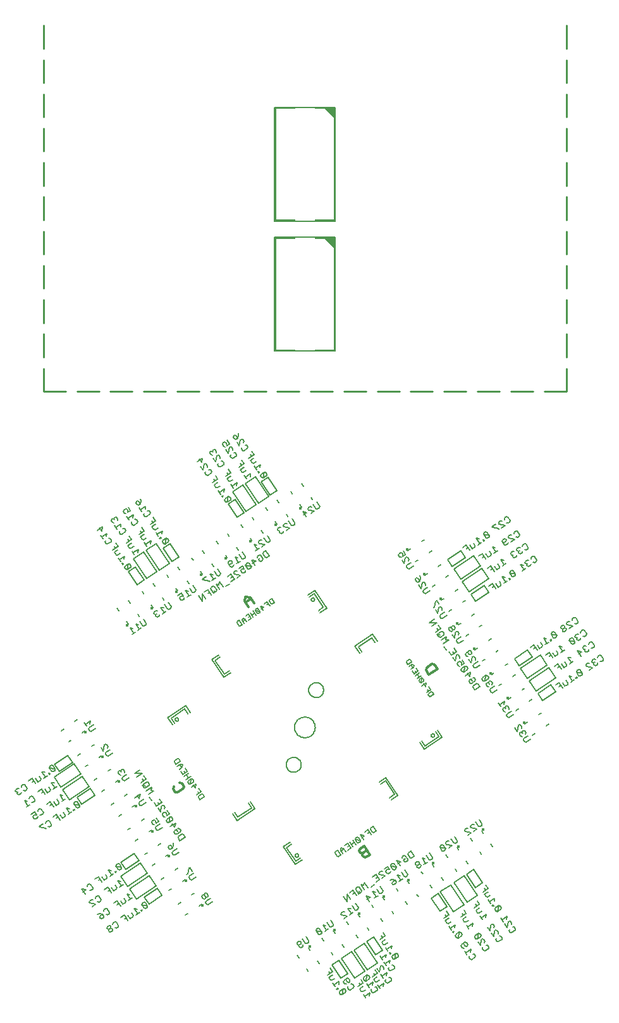
<source format=gbo>
G75*
%MOIN*%
%OFA0B0*%
%FSLAX24Y24*%
%IPPOS*%
%LPD*%
%AMOC8*
5,1,8,0,0,1.08239X$1,22.5*
%
%ADD10C,0.0100*%
%ADD11C,0.0050*%
%ADD12C,0.0130*%
%ADD13C,0.0060*%
%ADD14C,0.0120*%
%ADD15C,0.0157*%
%ADD16C,0.0070*%
%ADD17C,0.0000*%
%ADD18C,0.0001*%
%ADD19R,0.0100X0.6000*%
%ADD20R,0.1100X0.0100*%
D10*
X004456Y034377D02*
X004456Y035594D01*
X004456Y036184D02*
X004456Y037401D01*
X004456Y037992D02*
X004456Y039209D01*
X004456Y039799D02*
X004456Y041016D01*
X004456Y041607D02*
X004456Y042824D01*
X004456Y043414D02*
X004456Y044631D01*
X004456Y045222D02*
X004456Y046439D01*
X004456Y047029D02*
X004456Y048246D01*
X004456Y048837D02*
X004456Y050053D01*
X004456Y050644D02*
X004456Y051861D01*
X004456Y052451D02*
X004456Y053668D01*
X004456Y034377D02*
X005625Y034377D01*
X006215Y034377D02*
X007384Y034377D01*
X007974Y034377D02*
X009143Y034377D01*
X009734Y034377D02*
X010903Y034377D01*
X011493Y034377D02*
X012662Y034377D01*
X013252Y034377D02*
X014421Y034377D01*
X015012Y034377D02*
X016181Y034377D01*
X016771Y034377D02*
X017940Y034377D01*
X018531Y034377D02*
X019699Y034377D01*
X020290Y034377D02*
X021459Y034377D01*
X022049Y034377D02*
X023218Y034377D01*
X023809Y034377D02*
X024977Y034377D01*
X025568Y034377D02*
X026737Y034377D01*
X027327Y034377D02*
X028496Y034377D01*
X029087Y034377D02*
X030255Y034377D01*
X030846Y034377D02*
X032015Y034377D01*
X032015Y035594D01*
X032015Y036184D02*
X032015Y037401D01*
X032015Y037992D02*
X032015Y039209D01*
X032015Y039799D02*
X032015Y041016D01*
X032015Y041607D02*
X032015Y042824D01*
X032015Y043414D02*
X032015Y044631D01*
X032015Y045222D02*
X032015Y046439D01*
X032015Y047029D02*
X032015Y048246D01*
X032015Y048837D02*
X032015Y050053D01*
X032015Y050644D02*
X032015Y051861D01*
X032015Y052451D02*
X032015Y053668D01*
D11*
X019835Y049347D02*
X019835Y043347D01*
X016635Y043347D01*
X016635Y049347D01*
X019835Y049347D01*
X019835Y042495D02*
X016635Y042495D01*
X016635Y036495D01*
X019835Y036495D01*
X019835Y042495D01*
X018067Y029512D02*
X018156Y029381D01*
X018552Y028794D02*
X018640Y028663D01*
X018052Y028267D02*
X017964Y028397D01*
X017568Y028985D02*
X017480Y029115D01*
X016762Y028631D02*
X016850Y028501D01*
X016402Y028910D02*
X016767Y029156D01*
X016297Y029852D01*
X015933Y029606D01*
X016402Y028910D01*
X016318Y028847D02*
X015779Y028483D01*
X015080Y029520D01*
X015619Y029883D01*
X016318Y028847D01*
X016174Y028235D02*
X016262Y028104D01*
X016659Y027517D02*
X016747Y027386D01*
X017334Y027782D02*
X017246Y027913D01*
X015941Y027032D02*
X016029Y026902D01*
X015441Y026506D02*
X015353Y026636D01*
X014957Y027224D02*
X014869Y027354D01*
X014661Y027735D02*
X015026Y027981D01*
X014556Y028678D01*
X014192Y028432D01*
X014661Y027735D01*
X015116Y028036D02*
X015655Y028399D01*
X014956Y029436D01*
X014417Y029072D01*
X015116Y028036D01*
X015456Y027750D02*
X015544Y027620D01*
X014635Y026152D02*
X014723Y026021D01*
X014136Y025625D02*
X014048Y025756D01*
X013651Y026343D02*
X013563Y026474D01*
X014151Y026870D02*
X014239Y026739D01*
X013330Y025271D02*
X013418Y025141D01*
X012830Y024744D02*
X012742Y024875D01*
X012346Y025462D02*
X012258Y025593D01*
X011586Y025661D02*
X011221Y025415D01*
X010751Y026111D01*
X011116Y026357D01*
X011586Y025661D01*
X011540Y025109D02*
X011628Y024978D01*
X011095Y025324D02*
X010556Y024960D01*
X009857Y025997D01*
X010396Y026360D01*
X011095Y025324D01*
X010952Y024712D02*
X011040Y024582D01*
X011436Y023994D02*
X011524Y023864D01*
X012112Y024260D02*
X012024Y024391D01*
X010718Y023510D02*
X010806Y023379D01*
X010219Y022983D02*
X010131Y023114D01*
X009735Y023701D02*
X009647Y023832D01*
X009397Y024184D02*
X009762Y024430D01*
X009292Y025127D01*
X008927Y024881D01*
X009397Y024184D01*
X008928Y023347D02*
X009017Y023217D01*
X009413Y022629D02*
X009501Y022499D01*
X008913Y022102D02*
X008825Y022233D01*
X008429Y022821D02*
X008341Y022951D01*
X009893Y024513D02*
X009194Y025549D01*
X009733Y025913D01*
X010432Y024876D01*
X009893Y024513D01*
X010234Y024228D02*
X010322Y024097D01*
X012933Y025859D02*
X012845Y025989D01*
X013689Y020478D02*
X013330Y020235D01*
X013964Y019295D01*
X014323Y019538D01*
X014248Y019649D02*
X013987Y019472D01*
X013503Y020190D01*
X013764Y020367D01*
X011946Y017807D02*
X012188Y017448D01*
X012077Y017373D02*
X011901Y017634D01*
X011183Y017150D01*
X011359Y016889D01*
X011248Y016814D02*
X011006Y017173D01*
X011946Y017807D01*
X011399Y017082D02*
X011401Y017101D01*
X011407Y017118D01*
X011416Y017134D01*
X011428Y017148D01*
X011443Y017159D01*
X011460Y017167D01*
X011479Y017171D01*
X011497Y017171D01*
X011516Y017167D01*
X011532Y017159D01*
X011548Y017148D01*
X011560Y017134D01*
X011569Y017118D01*
X011575Y017101D01*
X011577Y017082D01*
X011575Y017063D01*
X011569Y017046D01*
X011560Y017030D01*
X011548Y017016D01*
X011533Y017005D01*
X011516Y016997D01*
X011497Y016993D01*
X011479Y016993D01*
X011460Y016997D01*
X011444Y017005D01*
X011428Y017016D01*
X011416Y017030D01*
X011407Y017046D01*
X011401Y017063D01*
X011399Y017082D01*
X008874Y013148D02*
X008744Y013060D01*
X008156Y012664D02*
X008026Y012576D01*
X008422Y011988D02*
X008553Y012076D01*
X009037Y011358D02*
X008906Y011270D01*
X009303Y010683D02*
X009433Y010771D01*
X009235Y010011D02*
X009481Y009646D01*
X008785Y009176D01*
X008539Y009541D01*
X009235Y010011D01*
X009787Y009965D02*
X009918Y010053D01*
X009572Y009520D02*
X009935Y008981D01*
X008899Y008282D01*
X008536Y008821D01*
X009572Y009520D01*
X010183Y009377D02*
X010314Y009465D01*
X010901Y009862D02*
X011032Y009950D01*
X011516Y009232D02*
X011386Y009144D01*
X011782Y008556D02*
X011913Y008644D01*
X012397Y007926D02*
X012266Y007838D01*
X011679Y007442D02*
X011548Y007354D01*
X011945Y006766D02*
X012075Y006854D01*
X012663Y007250D02*
X012793Y007339D01*
X011195Y008160D02*
X011064Y008072D01*
X010711Y007822D02*
X010465Y008187D01*
X009769Y007717D01*
X010015Y007352D01*
X010711Y007822D01*
X010383Y008318D02*
X010019Y008857D01*
X008983Y008158D01*
X009346Y007619D01*
X010383Y008318D01*
X010668Y008659D02*
X010798Y008747D01*
X010505Y010449D02*
X010636Y010537D01*
X010151Y011255D02*
X010021Y011167D01*
X009624Y011755D02*
X009755Y011843D01*
X009271Y012561D02*
X009140Y012473D01*
X008260Y013778D02*
X008390Y013866D01*
X007994Y014454D02*
X007863Y014366D01*
X007672Y013382D02*
X007541Y013294D01*
X007160Y013086D02*
X006914Y013451D01*
X006218Y012982D01*
X006464Y012617D01*
X007160Y013086D01*
X006860Y013541D02*
X006496Y014080D01*
X005460Y013381D01*
X005824Y012842D01*
X006860Y013541D01*
X007145Y013881D02*
X007276Y013970D01*
X006791Y014688D02*
X006661Y014600D01*
X006412Y014204D02*
X006049Y014743D01*
X005013Y014044D01*
X005376Y013505D01*
X006412Y014204D01*
X005986Y014827D02*
X005740Y015192D01*
X005044Y014722D01*
X005290Y014358D01*
X005986Y014827D01*
X006265Y015187D02*
X006395Y015275D01*
X005911Y015993D02*
X005780Y015905D01*
X005384Y016493D02*
X005515Y016581D01*
X006102Y016977D02*
X006233Y017065D01*
X006629Y016478D02*
X006498Y016389D01*
X006983Y015671D02*
X007113Y015759D01*
X007509Y015172D02*
X007379Y015084D01*
X014418Y012114D02*
X014660Y011755D01*
X015600Y012389D01*
X015358Y012748D01*
X015247Y012673D02*
X015423Y012412D01*
X014705Y011928D01*
X014529Y012189D01*
X017089Y010371D02*
X017448Y010613D01*
X017522Y010502D02*
X017261Y010326D01*
X017746Y009608D01*
X018007Y009784D01*
X018082Y009673D02*
X017723Y009431D01*
X017089Y010371D01*
X017725Y009913D02*
X017727Y009932D01*
X017733Y009949D01*
X017742Y009965D01*
X017754Y009979D01*
X017769Y009990D01*
X017786Y009998D01*
X017805Y010002D01*
X017823Y010002D01*
X017842Y009998D01*
X017858Y009990D01*
X017874Y009979D01*
X017886Y009965D01*
X017895Y009949D01*
X017901Y009932D01*
X017903Y009913D01*
X017901Y009894D01*
X017895Y009877D01*
X017886Y009861D01*
X017874Y009847D01*
X017859Y009836D01*
X017842Y009828D01*
X017823Y009824D01*
X017805Y009824D01*
X017786Y009828D01*
X017770Y009836D01*
X017754Y009847D01*
X017742Y009861D01*
X017733Y009877D01*
X017727Y009894D01*
X017725Y009913D01*
X019724Y005935D02*
X019812Y005804D01*
X020208Y005217D02*
X020296Y005086D01*
X020691Y004838D02*
X020152Y004474D01*
X020851Y003438D01*
X021390Y003801D01*
X020691Y004838D01*
X020816Y004922D02*
X021355Y005285D01*
X022054Y004249D01*
X021515Y003885D01*
X020816Y004922D01*
X021486Y005368D02*
X021851Y005614D01*
X022320Y004917D01*
X021956Y004671D01*
X021486Y005368D01*
X021014Y005570D02*
X020926Y005701D01*
X020530Y006288D02*
X020442Y006419D01*
X021029Y006815D02*
X021117Y006685D01*
X021514Y006097D02*
X021602Y005967D01*
X022320Y006451D02*
X022232Y006582D01*
X021835Y007169D02*
X021747Y007300D01*
X022335Y007696D02*
X022423Y007565D01*
X022819Y006978D02*
X022907Y006847D01*
X023625Y007332D02*
X023537Y007462D01*
X023141Y008050D02*
X023053Y008180D01*
X023640Y008577D02*
X023728Y008446D01*
X024125Y007858D02*
X024213Y007728D01*
X024885Y007660D02*
X025250Y007906D01*
X025719Y007210D01*
X025355Y006964D01*
X024885Y007660D01*
X024931Y008212D02*
X024843Y008343D01*
X025375Y007997D02*
X025914Y008361D01*
X026613Y007324D01*
X026074Y006961D01*
X025375Y007997D01*
X025518Y008609D02*
X025430Y008739D01*
X025034Y009327D02*
X024946Y009457D01*
X024358Y009061D02*
X024447Y008930D01*
X025752Y009811D02*
X025664Y009941D01*
X026252Y010338D02*
X026340Y010207D01*
X026736Y009620D02*
X026824Y009489D01*
X027115Y009164D02*
X026750Y008918D01*
X027220Y008222D01*
X027585Y008468D01*
X027115Y009164D01*
X026619Y008836D02*
X027318Y007800D01*
X026779Y007436D01*
X026080Y008472D01*
X026619Y008836D01*
X026236Y009093D02*
X026148Y009223D01*
X027058Y010692D02*
X026970Y010822D01*
X027557Y011218D02*
X027645Y011088D01*
X028041Y010500D02*
X028130Y010370D01*
X027542Y009973D02*
X027454Y010104D01*
X024525Y015514D02*
X024283Y015873D01*
X024394Y015948D02*
X024570Y015687D01*
X025288Y016171D01*
X025112Y016432D01*
X025223Y016507D02*
X025465Y016148D01*
X024525Y015514D01*
X024894Y016239D02*
X024896Y016258D01*
X024902Y016275D01*
X024911Y016291D01*
X024923Y016305D01*
X024938Y016316D01*
X024955Y016324D01*
X024974Y016328D01*
X024992Y016328D01*
X025011Y016324D01*
X025027Y016316D01*
X025043Y016305D01*
X025055Y016291D01*
X025064Y016275D01*
X025070Y016258D01*
X025072Y016239D01*
X025070Y016220D01*
X025064Y016203D01*
X025055Y016187D01*
X025043Y016173D01*
X025028Y016162D01*
X025011Y016154D01*
X024992Y016150D01*
X024974Y016150D01*
X024955Y016154D01*
X024939Y016162D01*
X024923Y016173D01*
X024911Y016187D01*
X024902Y016203D01*
X024896Y016220D01*
X024894Y016239D01*
X022507Y014025D02*
X023141Y013085D01*
X022782Y012843D01*
X022707Y012954D02*
X022968Y013130D01*
X022484Y013848D01*
X022222Y013672D01*
X022148Y013783D02*
X022507Y014025D01*
X018432Y018629D02*
X018434Y018668D01*
X018440Y018707D01*
X018450Y018745D01*
X018463Y018782D01*
X018480Y018817D01*
X018500Y018851D01*
X018524Y018882D01*
X018551Y018911D01*
X018580Y018937D01*
X018612Y018960D01*
X018646Y018980D01*
X018682Y018996D01*
X018719Y019008D01*
X018758Y019017D01*
X018797Y019022D01*
X018836Y019023D01*
X018875Y019020D01*
X018914Y019013D01*
X018951Y019002D01*
X018988Y018988D01*
X019023Y018970D01*
X019056Y018949D01*
X019087Y018924D01*
X019115Y018897D01*
X019140Y018867D01*
X019162Y018834D01*
X019181Y018800D01*
X019196Y018764D01*
X019208Y018726D01*
X019216Y018688D01*
X019220Y018649D01*
X019220Y018609D01*
X019216Y018570D01*
X019208Y018532D01*
X019196Y018494D01*
X019181Y018458D01*
X019162Y018424D01*
X019140Y018391D01*
X019115Y018361D01*
X019087Y018334D01*
X019056Y018309D01*
X019023Y018288D01*
X018988Y018270D01*
X018951Y018256D01*
X018914Y018245D01*
X018875Y018238D01*
X018836Y018235D01*
X018797Y018236D01*
X018758Y018241D01*
X018719Y018250D01*
X018682Y018262D01*
X018646Y018278D01*
X018612Y018298D01*
X018580Y018321D01*
X018551Y018347D01*
X018524Y018376D01*
X018500Y018407D01*
X018480Y018441D01*
X018463Y018476D01*
X018450Y018513D01*
X018440Y018551D01*
X018434Y018590D01*
X018432Y018629D01*
X017691Y016660D02*
X017693Y016706D01*
X017699Y016752D01*
X017709Y016797D01*
X017722Y016841D01*
X017739Y016884D01*
X017760Y016925D01*
X017784Y016965D01*
X017812Y017002D01*
X017842Y017036D01*
X017876Y017068D01*
X017912Y017097D01*
X017950Y017123D01*
X017990Y017146D01*
X018032Y017165D01*
X018076Y017180D01*
X018120Y017192D01*
X018166Y017200D01*
X018212Y017204D01*
X018258Y017204D01*
X018304Y017200D01*
X018350Y017192D01*
X018394Y017180D01*
X018438Y017165D01*
X018480Y017146D01*
X018520Y017123D01*
X018558Y017097D01*
X018594Y017068D01*
X018628Y017036D01*
X018658Y017002D01*
X018686Y016965D01*
X018710Y016925D01*
X018731Y016884D01*
X018748Y016841D01*
X018761Y016797D01*
X018771Y016752D01*
X018777Y016706D01*
X018779Y016660D01*
X018777Y016614D01*
X018771Y016568D01*
X018761Y016523D01*
X018748Y016479D01*
X018731Y016436D01*
X018710Y016395D01*
X018686Y016355D01*
X018658Y016318D01*
X018628Y016284D01*
X018594Y016252D01*
X018558Y016223D01*
X018520Y016197D01*
X018480Y016174D01*
X018438Y016155D01*
X018394Y016140D01*
X018350Y016128D01*
X018304Y016120D01*
X018258Y016116D01*
X018212Y016116D01*
X018166Y016120D01*
X018120Y016128D01*
X018076Y016140D01*
X018032Y016155D01*
X017990Y016174D01*
X017950Y016197D01*
X017912Y016223D01*
X017876Y016252D01*
X017842Y016284D01*
X017812Y016318D01*
X017784Y016355D01*
X017760Y016395D01*
X017739Y016436D01*
X017722Y016479D01*
X017709Y016523D01*
X017699Y016568D01*
X017693Y016614D01*
X017691Y016660D01*
X017251Y014692D02*
X017253Y014731D01*
X017259Y014770D01*
X017269Y014808D01*
X017282Y014845D01*
X017299Y014880D01*
X017319Y014914D01*
X017343Y014945D01*
X017370Y014974D01*
X017399Y015000D01*
X017431Y015023D01*
X017465Y015043D01*
X017501Y015059D01*
X017538Y015071D01*
X017577Y015080D01*
X017616Y015085D01*
X017655Y015086D01*
X017694Y015083D01*
X017733Y015076D01*
X017770Y015065D01*
X017807Y015051D01*
X017842Y015033D01*
X017875Y015012D01*
X017906Y014987D01*
X017934Y014960D01*
X017959Y014930D01*
X017981Y014897D01*
X018000Y014863D01*
X018015Y014827D01*
X018027Y014789D01*
X018035Y014751D01*
X018039Y014712D01*
X018039Y014672D01*
X018035Y014633D01*
X018027Y014595D01*
X018015Y014557D01*
X018000Y014521D01*
X017981Y014487D01*
X017959Y014454D01*
X017934Y014424D01*
X017906Y014397D01*
X017875Y014372D01*
X017842Y014351D01*
X017807Y014333D01*
X017770Y014319D01*
X017733Y014308D01*
X017694Y014301D01*
X017655Y014298D01*
X017616Y014299D01*
X017577Y014304D01*
X017538Y014313D01*
X017501Y014325D01*
X017465Y014341D01*
X017431Y014361D01*
X017399Y014384D01*
X017370Y014410D01*
X017343Y014439D01*
X017319Y014470D01*
X017299Y014504D01*
X017282Y014539D01*
X017269Y014576D01*
X017259Y014614D01*
X017253Y014653D01*
X017251Y014692D01*
X021112Y020573D02*
X020870Y020932D01*
X021810Y021566D01*
X022052Y021207D01*
X021941Y021132D02*
X021765Y021393D01*
X021047Y020909D01*
X021223Y020648D01*
X019382Y022950D02*
X019023Y022708D01*
X018948Y022819D02*
X019209Y022995D01*
X018725Y023713D01*
X018464Y023537D01*
X018389Y023648D02*
X018748Y023890D01*
X019382Y022950D01*
X018568Y023408D02*
X018570Y023427D01*
X018576Y023444D01*
X018585Y023460D01*
X018597Y023474D01*
X018612Y023485D01*
X018629Y023493D01*
X018648Y023497D01*
X018666Y023497D01*
X018685Y023493D01*
X018701Y023485D01*
X018717Y023474D01*
X018729Y023460D01*
X018738Y023444D01*
X018744Y023427D01*
X018746Y023408D01*
X018744Y023389D01*
X018738Y023372D01*
X018729Y023356D01*
X018717Y023342D01*
X018702Y023331D01*
X018685Y023323D01*
X018666Y023319D01*
X018648Y023319D01*
X018629Y023323D01*
X018613Y023331D01*
X018597Y023342D01*
X018585Y023356D01*
X018576Y023372D01*
X018570Y023389D01*
X018568Y023408D01*
X023677Y025982D02*
X023808Y026070D01*
X024204Y025483D02*
X024074Y025395D01*
X024792Y025879D02*
X024922Y025967D01*
X024526Y026555D02*
X024395Y026467D01*
X025276Y025161D02*
X025407Y025249D01*
X025759Y025499D02*
X026005Y025134D01*
X026702Y025604D01*
X026456Y025969D01*
X025759Y025499D01*
X026088Y025003D02*
X026451Y024464D01*
X027488Y025163D01*
X027124Y025702D01*
X026088Y025003D01*
X025803Y024662D02*
X025672Y024574D01*
X026157Y023856D02*
X026287Y023944D01*
X026535Y024339D02*
X026899Y023801D01*
X027935Y024500D01*
X027571Y025038D01*
X026535Y024339D01*
X026683Y023356D02*
X026553Y023268D01*
X025965Y022872D02*
X025835Y022784D01*
X025439Y023371D02*
X025569Y023459D01*
X025085Y024177D02*
X024954Y024089D01*
X024558Y024677D02*
X024688Y024765D01*
X026450Y022154D02*
X026319Y022066D01*
X026715Y021478D02*
X026846Y021566D01*
X027330Y020848D02*
X027200Y020760D01*
X027596Y020173D02*
X027727Y020261D01*
X028314Y020657D02*
X028445Y020745D01*
X028048Y021332D02*
X027918Y021244D01*
X027433Y021962D02*
X027564Y022050D01*
X027168Y022638D02*
X027037Y022550D01*
X027235Y023310D02*
X026989Y023675D01*
X027686Y024145D01*
X027932Y023780D01*
X027235Y023310D01*
X029282Y020276D02*
X029528Y019911D01*
X030225Y020381D01*
X029978Y020746D01*
X029282Y020276D01*
X028929Y020027D02*
X028798Y019939D01*
X028211Y019543D02*
X028080Y019454D01*
X028477Y018867D02*
X028607Y018955D01*
X029195Y019351D02*
X029325Y019439D01*
X029611Y019780D02*
X029974Y019241D01*
X031010Y019940D01*
X030647Y020479D01*
X029611Y019780D01*
X030058Y019117D02*
X030422Y018578D01*
X031458Y019277D01*
X031094Y019816D01*
X030058Y019117D01*
X029810Y018721D02*
X029679Y018633D01*
X030075Y018046D02*
X030206Y018134D01*
X030512Y018452D02*
X030758Y018087D01*
X031455Y018557D01*
X031209Y018922D01*
X030512Y018452D01*
X030690Y017416D02*
X030560Y017328D01*
X030956Y016740D02*
X031087Y016828D01*
X030368Y016344D02*
X030238Y016256D01*
X029842Y016843D02*
X029972Y016931D01*
X029488Y017649D02*
X029357Y017561D01*
X028961Y018149D02*
X029092Y018237D01*
X019621Y004820D02*
X019709Y004690D01*
X020027Y004383D02*
X019662Y004137D01*
X020132Y003441D01*
X020497Y003687D01*
X020027Y004383D01*
X018991Y004205D02*
X018902Y004336D01*
X018315Y003940D02*
X018403Y003809D01*
X017919Y004527D02*
X017831Y004658D01*
X018418Y005054D02*
X018506Y004923D01*
X019224Y005408D02*
X019136Y005538D01*
D12*
X024775Y019456D02*
X024626Y019676D01*
X024650Y019799D01*
X024943Y019997D01*
X025066Y019973D01*
X025215Y019753D01*
X024775Y019456D01*
X015550Y023214D02*
X015352Y023508D01*
X015107Y023555D01*
X015059Y023310D01*
X015257Y023017D01*
X015109Y023237D02*
X015402Y023434D01*
D13*
X015717Y022935D02*
X015645Y022887D01*
X015634Y022827D01*
X015874Y022780D01*
X015863Y022720D01*
X015791Y022671D01*
X015731Y022683D01*
X015634Y022827D01*
X015509Y022795D02*
X015654Y022579D01*
X015582Y022687D02*
X015438Y022590D01*
X015337Y022522D02*
X015265Y022474D01*
X015121Y022533D02*
X015265Y022630D01*
X015410Y022414D01*
X015266Y022317D01*
X015166Y022250D02*
X015069Y022393D01*
X014948Y022417D01*
X014925Y022296D01*
X015022Y022152D01*
X014922Y022085D02*
X014814Y022012D01*
X014753Y022024D01*
X014656Y022168D01*
X014668Y022228D01*
X014776Y022300D01*
X014922Y022085D01*
X014949Y022260D02*
X015093Y022357D01*
X015365Y022698D02*
X015511Y022482D01*
X015874Y022780D02*
X015777Y022924D01*
X015717Y022935D01*
X015890Y023052D02*
X016070Y023016D01*
X015926Y022919D01*
X016035Y022836D02*
X015890Y023052D01*
X016098Y023192D02*
X016242Y023289D01*
X016387Y023073D01*
X016463Y023177D02*
X016366Y023321D01*
X016378Y023381D01*
X016486Y023454D01*
X016631Y023238D01*
X016524Y023165D01*
X016463Y023177D01*
X016314Y023181D02*
X016243Y023133D01*
X011591Y015004D02*
X011672Y014883D01*
X011432Y014721D01*
X011350Y014841D01*
X011363Y014909D01*
X011524Y015017D01*
X011591Y015004D01*
X011664Y014723D02*
X011504Y014614D01*
X011624Y014696D02*
X011732Y014535D01*
X011772Y014562D02*
X011798Y014696D01*
X011664Y014723D01*
X011772Y014562D02*
X011612Y014454D01*
X011684Y014347D02*
X011792Y014187D01*
X012033Y014349D01*
X011924Y014509D01*
X011858Y014348D02*
X011912Y014268D01*
X011984Y014161D02*
X012092Y014001D01*
X011972Y013920D02*
X012213Y014082D01*
X012245Y013948D02*
X012192Y013679D01*
X012125Y013693D01*
X012071Y013773D01*
X012084Y013840D01*
X012245Y013948D01*
X012312Y013935D01*
X012366Y013855D01*
X012353Y013788D01*
X012192Y013679D01*
X012345Y013627D02*
X012453Y013466D01*
X012492Y013668D01*
X012251Y013506D01*
X012579Y013279D02*
X012633Y013199D01*
X012513Y013118D02*
X012753Y013280D01*
X012645Y013441D01*
X012785Y013147D02*
X012625Y013038D01*
X012612Y012971D01*
X012693Y012851D01*
X012934Y013013D01*
X012853Y013133D01*
X012785Y013147D01*
X012105Y014242D02*
X011864Y014080D01*
X019836Y010099D02*
X019956Y010180D01*
X020119Y009940D01*
X019998Y009858D01*
X019931Y009872D01*
X019823Y010032D01*
X019836Y010099D01*
X020117Y010172D02*
X020225Y010012D01*
X020144Y010132D02*
X020305Y010240D01*
X020278Y010280D02*
X020143Y010306D01*
X020117Y010172D01*
X020278Y010280D02*
X020386Y010120D01*
X020493Y010192D02*
X020653Y010300D01*
X020491Y010541D01*
X020330Y010432D01*
X020492Y010366D02*
X020572Y010420D01*
X020679Y010492D02*
X020839Y010601D01*
X020758Y010721D02*
X020920Y010480D01*
X021000Y010592D02*
X021067Y010579D01*
X021147Y010633D01*
X021160Y010701D01*
X020892Y010753D01*
X021000Y010592D01*
X021160Y010701D02*
X021052Y010861D01*
X020985Y010874D01*
X020905Y010820D01*
X020892Y010753D01*
X020597Y010613D02*
X020760Y010372D01*
X021213Y010853D02*
X021373Y010961D01*
X021172Y011000D01*
X021334Y010760D01*
X021560Y011087D02*
X021641Y011141D01*
X021722Y011021D02*
X021559Y011262D01*
X021399Y011153D01*
X021693Y011293D02*
X021706Y011361D01*
X021827Y011442D01*
X021989Y011201D01*
X021869Y011120D01*
X021801Y011133D01*
X021693Y011293D01*
X024813Y018264D02*
X024740Y018372D01*
X024752Y018432D01*
X024896Y018529D01*
X024956Y018518D01*
X025029Y018410D01*
X024813Y018264D01*
X024648Y018508D02*
X024864Y018654D01*
X024767Y018798D01*
X024708Y018653D02*
X024756Y018581D01*
X024591Y018826D02*
X024494Y018969D01*
X024411Y018861D02*
X024626Y019006D01*
X024591Y018826D01*
X024498Y019118D02*
X024510Y019179D01*
X024462Y019250D01*
X024401Y019262D01*
X024355Y019021D01*
X024294Y019033D01*
X024246Y019105D01*
X024258Y019165D01*
X024401Y019262D01*
X024370Y019387D02*
X024154Y019241D01*
X024262Y019314D02*
X024165Y019458D01*
X024097Y019558D02*
X024048Y019630D01*
X023989Y019486D02*
X023892Y019629D01*
X023824Y019730D02*
X023968Y019827D01*
X023992Y019947D01*
X023871Y019971D01*
X023727Y019874D01*
X023660Y019974D02*
X023587Y020082D01*
X023599Y020142D01*
X023742Y020239D01*
X023803Y020228D01*
X023875Y020120D01*
X023660Y019974D01*
X023835Y019946D02*
X023932Y019803D01*
X024108Y019775D02*
X024205Y019631D01*
X023989Y019486D01*
X024057Y019385D02*
X024273Y019531D01*
X024498Y019118D02*
X024355Y019021D01*
D14*
X021359Y010409D02*
X021135Y010258D01*
X021111Y010133D01*
X021161Y010058D01*
X021286Y010034D01*
X021510Y010185D01*
X021661Y009961D02*
X021359Y010409D01*
X021286Y010034D02*
X021262Y009909D01*
X021312Y009834D01*
X021437Y009810D01*
X021661Y009961D01*
X011826Y013430D02*
X011527Y013229D01*
X011402Y013253D01*
X011302Y013403D01*
X011326Y013528D01*
X011625Y013729D02*
X011750Y013705D01*
X011850Y013555D01*
X011826Y013430D01*
D15*
X010195Y011190D03*
X009315Y012496D03*
X008434Y013801D03*
X007554Y015107D03*
X006673Y016412D03*
X008848Y022058D03*
X010154Y022939D03*
X011459Y023820D03*
X012765Y024700D03*
X014070Y025581D03*
X015376Y026462D03*
X016681Y027342D03*
X017987Y028223D03*
X023633Y026048D03*
X024514Y024742D03*
X025394Y023436D03*
X026275Y022131D03*
X027156Y020825D03*
X028036Y019520D03*
X028917Y018214D03*
X029798Y016909D03*
X027622Y011262D03*
X026317Y010382D03*
X025011Y009501D03*
X023706Y008621D03*
X022400Y007740D03*
X021095Y006859D03*
X019789Y005979D03*
X018483Y005098D03*
X012837Y007273D03*
X011957Y008579D03*
X011076Y009884D03*
D16*
X006699Y008095D02*
X006517Y007972D01*
X006655Y007866D02*
X006470Y008140D01*
X006699Y008095D01*
X006884Y008087D02*
X006960Y008072D01*
X007051Y008134D01*
X007066Y008210D01*
X006943Y008393D01*
X006867Y008407D01*
X006775Y008346D01*
X006760Y008270D01*
X007167Y008670D02*
X007349Y008793D01*
X007534Y008520D01*
X007657Y008602D02*
X007534Y008785D01*
X007442Y008656D02*
X007350Y008595D01*
X007657Y008602D02*
X007794Y008695D01*
X007809Y008771D01*
X007716Y008908D01*
X007962Y008808D02*
X008145Y008931D01*
X008053Y008870D02*
X007869Y009144D01*
X008022Y009114D01*
X008221Y009049D02*
X008252Y009004D01*
X008297Y009034D01*
X008267Y009080D01*
X008221Y009049D01*
X008389Y009163D02*
X008266Y009345D01*
X008572Y009286D01*
X008557Y009210D01*
X008466Y009148D01*
X008389Y009163D01*
X008266Y009345D02*
X008281Y009422D01*
X008372Y009483D01*
X008449Y009469D01*
X008572Y009286D01*
X008373Y008579D02*
X008558Y008305D01*
X008649Y008367D02*
X008466Y008244D01*
X008313Y008207D02*
X008221Y008344D01*
X008313Y008207D02*
X008298Y008130D01*
X008161Y008038D01*
X008038Y008220D01*
X007946Y008092D02*
X007855Y008030D01*
X008038Y007955D02*
X007854Y008229D01*
X007671Y008106D01*
X007362Y007771D02*
X007485Y007588D01*
X007471Y007512D01*
X007379Y007450D01*
X007303Y007465D01*
X007211Y007337D02*
X006905Y007396D01*
X006874Y007442D01*
X006889Y007518D01*
X006981Y007580D01*
X007057Y007565D01*
X007180Y007648D02*
X007195Y007724D01*
X007286Y007786D01*
X007362Y007771D01*
X007211Y007337D02*
X007028Y007214D01*
X007291Y006824D02*
X007413Y006840D01*
X007566Y006810D01*
X007429Y006718D01*
X007414Y006642D01*
X007445Y006596D01*
X007521Y006581D01*
X007613Y006643D01*
X007628Y006719D01*
X007566Y006810D01*
X007750Y006802D02*
X007827Y006787D01*
X007918Y006849D01*
X007933Y006925D01*
X007810Y007108D01*
X007733Y007122D01*
X007642Y007061D01*
X007627Y006984D01*
X007903Y006212D02*
X007812Y006150D01*
X007797Y006074D01*
X007828Y006028D01*
X007904Y006013D01*
X007996Y006075D01*
X008010Y006151D01*
X007980Y006197D01*
X007903Y006212D01*
X007996Y006075D02*
X008072Y006060D01*
X008103Y006014D01*
X008088Y005938D01*
X007997Y005876D01*
X007920Y005891D01*
X007889Y005937D01*
X007904Y006013D01*
X008226Y006097D02*
X008302Y006082D01*
X008393Y006144D01*
X008408Y006220D01*
X008285Y006403D01*
X008209Y006418D01*
X008117Y006356D01*
X008102Y006280D01*
X008537Y006639D02*
X008719Y006762D01*
X008904Y006488D01*
X009027Y006571D02*
X008904Y006754D01*
X008812Y006625D02*
X008720Y006564D01*
X009027Y006571D02*
X009164Y006664D01*
X009179Y006740D01*
X009086Y006877D01*
X009332Y006777D02*
X009515Y006900D01*
X009423Y006839D02*
X009239Y007113D01*
X009392Y007083D01*
X009591Y007018D02*
X009622Y006973D01*
X009667Y007003D01*
X009637Y007049D01*
X009591Y007018D01*
X009759Y007132D02*
X009836Y007117D01*
X009927Y007178D01*
X009942Y007255D01*
X009636Y007314D01*
X009759Y007132D01*
X009636Y007314D02*
X009651Y007391D01*
X009742Y007452D01*
X009819Y007437D01*
X009942Y007255D01*
X009124Y007662D02*
X008942Y007539D01*
X009033Y007601D02*
X008848Y007875D01*
X009001Y007845D01*
X008696Y007639D02*
X008788Y007502D01*
X008773Y007426D01*
X008636Y007333D01*
X008513Y007516D01*
X008421Y007387D02*
X008330Y007326D01*
X008329Y007524D02*
X008146Y007401D01*
X008329Y007524D02*
X008514Y007250D01*
X008526Y008550D02*
X008373Y008579D01*
X010423Y011251D02*
X010362Y011342D01*
X010377Y011419D01*
X010605Y011573D01*
X010522Y011695D02*
X010385Y011603D01*
X010369Y011725D01*
X010338Y011771D01*
X010262Y011786D01*
X010171Y011724D01*
X010156Y011648D01*
X010217Y011556D01*
X010294Y011542D01*
X010522Y011695D02*
X010399Y011878D01*
X010726Y012052D02*
X010788Y011960D01*
X010864Y011945D01*
X010956Y012007D02*
X010940Y012129D01*
X010909Y012175D01*
X010832Y012190D01*
X010741Y012128D01*
X010726Y012052D01*
X010613Y012220D02*
X010490Y012403D01*
X010407Y012525D02*
X010284Y012708D01*
X010155Y012800D02*
X010032Y012982D01*
X009995Y013136D02*
X010269Y013321D01*
X010116Y013350D01*
X010146Y013503D01*
X009872Y013319D01*
X009835Y013472D02*
X010017Y013595D01*
X010032Y013672D01*
X009970Y013763D01*
X009894Y013778D01*
X009711Y013655D01*
X009697Y013578D01*
X009758Y013487D01*
X009835Y013472D01*
X009819Y013594D02*
X009666Y013624D01*
X009583Y013747D02*
X009857Y013931D01*
X009734Y014114D01*
X009651Y014237D02*
X009254Y014235D01*
X009528Y014419D01*
X009651Y014237D02*
X009377Y014052D01*
X009658Y013930D02*
X009720Y013839D01*
X009549Y013138D02*
X009275Y012953D01*
X009381Y013091D02*
X009504Y012909D01*
X009549Y013138D01*
X009724Y012878D02*
X009496Y012724D01*
X009481Y012648D01*
X009543Y012557D01*
X009619Y012542D01*
X009847Y012696D01*
X010407Y012525D02*
X010681Y012710D01*
X010557Y012893D01*
X010482Y012709D02*
X010544Y012618D01*
X010672Y012526D02*
X010718Y012556D01*
X010794Y012542D01*
X010856Y012450D01*
X010841Y012374D01*
X010969Y012282D02*
X011092Y012099D01*
X010956Y012007D01*
X011130Y011946D02*
X011070Y011640D01*
X010994Y011655D01*
X010932Y011746D01*
X010947Y011823D01*
X011130Y011946D01*
X011206Y011931D01*
X011268Y011840D01*
X011253Y011763D01*
X011070Y011640D01*
X011244Y011579D02*
X011368Y011396D01*
X011412Y011626D01*
X011138Y011441D01*
X011359Y011212D02*
X011450Y011274D01*
X011512Y011182D01*
X011665Y011153D02*
X011482Y011029D01*
X011406Y011044D01*
X011344Y011136D01*
X011359Y011212D01*
X011542Y011335D02*
X011618Y011320D01*
X011680Y011229D01*
X011665Y011153D01*
X011748Y011030D02*
X011565Y010907D01*
X011550Y010830D01*
X011643Y010693D01*
X011916Y010878D01*
X011824Y011015D01*
X011748Y011030D01*
X011485Y010267D02*
X011257Y010113D01*
X011242Y010037D01*
X011304Y009945D01*
X011380Y009931D01*
X011609Y010085D01*
X011266Y010298D02*
X011173Y010434D01*
X011097Y010449D01*
X011051Y010419D01*
X011036Y010342D01*
X011098Y010251D01*
X011174Y010236D01*
X011266Y010298D01*
X011295Y010450D01*
X011280Y010572D01*
X010728Y011390D02*
X010500Y011236D01*
X010423Y011251D01*
X010613Y012220D02*
X010672Y012526D01*
X008967Y014001D02*
X008739Y013847D01*
X008662Y013862D01*
X008601Y013953D01*
X008615Y014030D01*
X008844Y014184D01*
X008715Y014276D02*
X008730Y014352D01*
X008668Y014443D01*
X008592Y014458D01*
X008546Y014428D01*
X008532Y014351D01*
X008455Y014366D01*
X008409Y014335D01*
X008395Y014259D01*
X008456Y014168D01*
X008533Y014153D01*
X008562Y014306D02*
X008532Y014351D01*
X007858Y015153D02*
X007782Y015168D01*
X007720Y015259D01*
X007735Y015335D01*
X007963Y015489D01*
X007835Y015581D02*
X007849Y015658D01*
X007788Y015749D01*
X007711Y015764D01*
X007666Y015733D01*
X007606Y015427D01*
X007483Y015610D01*
X007858Y015153D02*
X008086Y015307D01*
X007206Y016612D02*
X006977Y016458D01*
X006901Y016473D01*
X006839Y016565D01*
X006854Y016641D01*
X007082Y016795D01*
X006908Y016856D02*
X006938Y017009D01*
X006664Y016824D01*
X006726Y016733D02*
X006603Y016916D01*
X004954Y014650D02*
X004877Y014665D01*
X004786Y014603D01*
X004771Y014527D01*
X005077Y014468D01*
X005062Y014391D01*
X004971Y014330D01*
X004894Y014344D01*
X004771Y014527D01*
X004954Y014650D02*
X005077Y014468D01*
X004772Y014262D02*
X004726Y014231D01*
X004757Y014185D01*
X004802Y014216D01*
X004772Y014262D01*
X004650Y014113D02*
X004467Y013990D01*
X004558Y014051D02*
X004374Y014325D01*
X004527Y014295D01*
X004221Y014090D02*
X004314Y013953D01*
X004299Y013876D01*
X004162Y013784D01*
X004039Y013966D01*
X003947Y013838D02*
X003855Y013776D01*
X003672Y013852D02*
X003854Y013975D01*
X004039Y013701D01*
X004359Y013410D02*
X004176Y013287D01*
X004360Y013212D02*
X004451Y013273D01*
X004543Y013402D02*
X004666Y013219D01*
X004803Y013312D01*
X004818Y013388D01*
X004726Y013525D01*
X004971Y013425D02*
X005154Y013548D01*
X005063Y013487D02*
X004878Y013761D01*
X005031Y013731D01*
X005325Y013098D02*
X005510Y012824D01*
X005601Y012885D02*
X005419Y012762D01*
X005265Y012725D02*
X005173Y012862D01*
X005265Y012725D02*
X005250Y012649D01*
X005113Y012556D01*
X004990Y012739D01*
X004898Y012610D02*
X004807Y012549D01*
X004806Y012747D02*
X004991Y012473D01*
X004806Y012747D02*
X004623Y012624D01*
X004328Y012359D02*
X004451Y012176D01*
X004437Y012100D01*
X004345Y012038D01*
X004269Y012053D01*
X004146Y011970D02*
X004131Y011894D01*
X004040Y011832D01*
X003964Y011847D01*
X003902Y011938D01*
X003917Y012015D01*
X003962Y012045D01*
X004084Y012061D01*
X003992Y012198D01*
X003810Y012075D01*
X004146Y012235D02*
X004161Y012312D01*
X004252Y012373D01*
X004328Y012359D01*
X003989Y012763D02*
X003898Y012701D01*
X003821Y012716D01*
X003729Y012588D02*
X003547Y012464D01*
X003638Y012526D02*
X003454Y012800D01*
X003606Y012770D01*
X003698Y012899D02*
X003713Y012975D01*
X003804Y013037D01*
X003881Y013022D01*
X004004Y012839D01*
X003989Y012763D01*
X004543Y013137D02*
X004359Y013410D01*
X003585Y013461D02*
X003570Y013385D01*
X003479Y013323D01*
X003402Y013338D01*
X003279Y013255D02*
X003264Y013179D01*
X003173Y013117D01*
X003097Y013132D01*
X003066Y013178D01*
X003081Y013254D01*
X003126Y013285D01*
X003081Y013254D02*
X003004Y013269D01*
X002974Y013314D01*
X002988Y013391D01*
X003080Y013452D01*
X003156Y013438D01*
X003279Y013520D02*
X003294Y013597D01*
X003385Y013658D01*
X003462Y013644D01*
X003585Y013461D01*
X004671Y011752D02*
X004748Y011737D01*
X004871Y011554D01*
X004856Y011478D01*
X004765Y011416D01*
X004688Y011431D01*
X004565Y011348D02*
X004596Y011303D01*
X004565Y011348D02*
X004260Y011408D01*
X004229Y011453D01*
X004412Y011576D01*
X004565Y011614D02*
X004580Y011690D01*
X004671Y011752D01*
X004958Y011945D02*
X005140Y012068D01*
X005325Y011794D01*
X005448Y011877D02*
X005325Y012060D01*
X005233Y011931D02*
X005142Y011870D01*
X005448Y011877D02*
X005585Y011969D01*
X005600Y012046D01*
X005507Y012183D01*
X005753Y012083D02*
X005936Y012206D01*
X005845Y012145D02*
X005660Y012418D01*
X005813Y012389D01*
X006012Y012324D02*
X006043Y012278D01*
X006088Y012309D01*
X006058Y012355D01*
X006012Y012324D01*
X006181Y012438D02*
X006257Y012423D01*
X006348Y012484D01*
X006363Y012561D01*
X006057Y012620D01*
X006181Y012438D01*
X006363Y012561D02*
X006240Y012743D01*
X006164Y012758D01*
X006072Y012697D01*
X006057Y012620D01*
X005478Y013068D02*
X005325Y013098D01*
X009113Y021570D02*
X009295Y021693D01*
X009204Y021631D02*
X009019Y021905D01*
X009172Y021875D01*
X009418Y021776D02*
X009601Y021899D01*
X009509Y021837D02*
X009325Y022111D01*
X009478Y022081D01*
X009539Y022255D02*
X009693Y022027D01*
X009769Y022012D01*
X009860Y022074D01*
X009875Y022150D01*
X009721Y022379D01*
X010264Y022679D02*
X010295Y022633D01*
X010372Y022618D01*
X010357Y022542D01*
X010388Y022496D01*
X010464Y022481D01*
X010555Y022543D01*
X010570Y022619D01*
X010417Y022649D02*
X010372Y022618D01*
X010264Y022679D02*
X010279Y022755D01*
X010371Y022817D01*
X010447Y022802D01*
X010630Y022992D02*
X010815Y022718D01*
X010906Y022779D02*
X010724Y022656D01*
X010783Y022962D02*
X010630Y022992D01*
X010844Y023136D02*
X010998Y022908D01*
X011075Y022893D01*
X011166Y022955D01*
X011181Y023031D01*
X011027Y023259D01*
X011539Y023605D02*
X011722Y023728D01*
X011814Y023591D01*
X011692Y023575D01*
X011646Y023544D01*
X011632Y023468D01*
X011693Y023377D01*
X011770Y023362D01*
X011861Y023423D01*
X011876Y023500D01*
X012029Y023537D02*
X012212Y023660D01*
X012121Y023599D02*
X011936Y023872D01*
X012089Y023843D01*
X012150Y024017D02*
X012304Y023789D01*
X012380Y023774D01*
X012472Y023835D01*
X012486Y023912D01*
X012333Y024140D01*
X012633Y023597D02*
X012817Y023323D01*
X012815Y023720D01*
X013000Y023446D01*
X013122Y023728D02*
X013213Y023789D01*
X013305Y023652D02*
X013121Y023926D01*
X012938Y023803D01*
X013274Y023963D02*
X013397Y023781D01*
X013474Y023766D01*
X013565Y023828D01*
X013580Y023904D01*
X013457Y024086D01*
X013380Y024101D01*
X013289Y024040D01*
X013274Y023963D01*
X013458Y023888D02*
X013428Y023735D01*
X013733Y023941D02*
X013549Y024215D01*
X013702Y024185D01*
X013731Y024338D01*
X013916Y024064D01*
X014070Y024101D02*
X014252Y024225D01*
X014344Y024353D02*
X014527Y024476D01*
X014342Y024750D01*
X014159Y024627D01*
X014343Y024552D02*
X014434Y024613D01*
X014526Y024742D02*
X014496Y024787D01*
X014510Y024864D01*
X014602Y024925D01*
X014678Y024910D01*
X014770Y025039D02*
X014953Y025162D01*
X015045Y025025D01*
X014923Y025009D01*
X014877Y024978D01*
X014862Y024902D01*
X014924Y024811D01*
X015000Y024796D01*
X015092Y024857D01*
X015107Y024934D01*
X015229Y025017D02*
X015306Y025002D01*
X015397Y025063D01*
X015412Y025140D01*
X015106Y025199D01*
X015229Y025017D01*
X015106Y025199D02*
X015121Y025276D01*
X015212Y025337D01*
X015289Y025322D01*
X015412Y025140D01*
X015473Y025314D02*
X015656Y025437D01*
X015426Y025481D01*
X015611Y025208D01*
X015840Y025428D02*
X015779Y025520D01*
X015870Y025581D01*
X015840Y025428D02*
X015917Y025414D01*
X016008Y025475D01*
X016023Y025552D01*
X015900Y025734D01*
X015823Y025749D01*
X015732Y025687D01*
X015717Y025611D01*
X016022Y025817D02*
X016037Y025893D01*
X016174Y025986D01*
X016359Y025712D01*
X016222Y025620D01*
X016145Y025634D01*
X016022Y025817D01*
X015823Y026096D02*
X015641Y025973D01*
X015732Y026034D02*
X015547Y026308D01*
X015700Y026279D01*
X015823Y026361D02*
X015792Y026407D01*
X015807Y026483D01*
X015898Y026545D01*
X015975Y026530D01*
X016067Y026659D02*
X016221Y026430D01*
X016297Y026416D01*
X016388Y026477D01*
X016403Y026554D01*
X016249Y026782D01*
X016129Y026302D02*
X015823Y026361D01*
X015946Y026179D02*
X016129Y026302D01*
X016915Y026899D02*
X016992Y026884D01*
X017083Y026946D01*
X017098Y027022D01*
X016945Y027052D02*
X016900Y027021D01*
X016885Y026945D01*
X016915Y026899D01*
X016900Y027021D02*
X016823Y027036D01*
X016792Y027082D01*
X016807Y027158D01*
X016898Y027220D01*
X016975Y027205D01*
X017098Y027288D02*
X017113Y027364D01*
X017204Y027426D01*
X017280Y027411D01*
X017372Y027539D02*
X017526Y027311D01*
X017603Y027296D01*
X017694Y027358D01*
X017709Y027434D01*
X017555Y027662D01*
X017434Y027183D02*
X017252Y027059D01*
X017434Y027183D02*
X017128Y027242D01*
X017098Y027288D01*
X018159Y027871D02*
X018342Y027994D01*
X018113Y028039D01*
X018297Y027765D01*
X018557Y027940D02*
X018740Y028063D01*
X018434Y028123D01*
X018403Y028168D01*
X018418Y028245D01*
X018509Y028306D01*
X018586Y028291D01*
X018678Y028420D02*
X018832Y028192D01*
X018908Y028177D01*
X018999Y028238D01*
X019014Y028315D01*
X018860Y028543D01*
X016225Y029942D02*
X016240Y030018D01*
X016178Y030110D01*
X016102Y030124D01*
X016042Y029819D01*
X015966Y029834D01*
X015904Y029925D01*
X015919Y030001D01*
X016102Y030124D01*
X016225Y029942D02*
X016042Y029819D01*
X015836Y030124D02*
X015806Y030170D01*
X015760Y030139D01*
X015791Y030093D01*
X015836Y030124D01*
X015688Y030246D02*
X015565Y030429D01*
X015626Y030337D02*
X015900Y030522D01*
X015870Y030369D01*
X015664Y030674D02*
X015527Y030582D01*
X015451Y030597D01*
X015359Y030734D01*
X015541Y030857D01*
X015413Y030949D02*
X015351Y031040D01*
X015276Y030857D02*
X015550Y031041D01*
X015427Y031224D01*
X015205Y031365D02*
X015022Y031242D01*
X014946Y031256D01*
X014884Y031348D01*
X014899Y031424D01*
X014771Y031516D02*
X014830Y031822D01*
X014876Y031853D01*
X014952Y031838D01*
X015014Y031746D01*
X014999Y031670D01*
X015082Y031547D02*
X015158Y031532D01*
X015220Y031441D01*
X015205Y031365D01*
X014771Y031516D02*
X014648Y031699D01*
X014610Y031852D02*
X014534Y031867D01*
X014472Y031958D01*
X014487Y032035D01*
X014533Y032066D01*
X014609Y032051D01*
X014702Y031914D01*
X014610Y031852D01*
X014702Y031914D02*
X014731Y032067D01*
X014715Y032189D01*
X014135Y031797D02*
X014258Y031615D01*
X014121Y031522D01*
X014105Y031644D01*
X014075Y031690D01*
X013998Y031705D01*
X013907Y031643D01*
X013892Y031567D01*
X013954Y031476D01*
X014030Y031461D01*
X014067Y031307D02*
X014190Y031125D01*
X014250Y031430D01*
X014295Y031461D01*
X014372Y031446D01*
X014433Y031355D01*
X014419Y031279D01*
X014501Y031156D02*
X014578Y031141D01*
X014639Y031050D01*
X014625Y030973D01*
X014442Y030850D01*
X014366Y030865D01*
X014304Y030956D01*
X014319Y031033D01*
X013915Y030694D02*
X013976Y030602D01*
X013961Y030526D01*
X013779Y030403D01*
X013702Y030418D01*
X013641Y030509D01*
X013656Y030585D01*
X013527Y030677D02*
X013587Y030983D01*
X013632Y031014D01*
X013709Y030999D01*
X013770Y030908D01*
X013755Y030831D01*
X013838Y030708D02*
X013915Y030694D01*
X013527Y030677D02*
X013404Y030860D01*
X013367Y031014D02*
X013290Y031028D01*
X013229Y031120D01*
X013244Y031196D01*
X013289Y031227D01*
X013366Y031212D01*
X013397Y031166D01*
X013366Y031212D02*
X013381Y031288D01*
X013426Y031319D01*
X013503Y031304D01*
X013564Y031213D01*
X013549Y031137D01*
X012839Y030857D02*
X012795Y030628D01*
X012672Y030810D01*
X012839Y030857D02*
X012566Y030672D01*
X012741Y030413D02*
X012864Y030230D01*
X012923Y030536D01*
X012969Y030566D01*
X013045Y030552D01*
X013107Y030460D01*
X013092Y030384D01*
X013175Y030261D02*
X013251Y030246D01*
X013313Y030155D01*
X013298Y030079D01*
X013116Y029955D01*
X013039Y029970D01*
X012978Y030062D01*
X012992Y030138D01*
X013444Y029754D02*
X013506Y029663D01*
X013634Y029571D02*
X013452Y029448D01*
X013544Y029311D01*
X013621Y029296D01*
X013758Y029388D01*
X013658Y029142D02*
X013781Y028960D01*
X013719Y029051D02*
X013993Y029236D01*
X013964Y029083D01*
X013899Y028884D02*
X013853Y028853D01*
X013884Y028807D01*
X013930Y028838D01*
X013899Y028884D01*
X014012Y028715D02*
X014195Y028838D01*
X014136Y028533D01*
X014059Y028547D01*
X013998Y028639D01*
X014012Y028715D01*
X014136Y028533D02*
X014318Y028656D01*
X014333Y028732D01*
X014271Y028823D01*
X014195Y028838D01*
X014460Y029294D02*
X014337Y029477D01*
X014398Y029386D02*
X014672Y029570D01*
X014643Y029417D01*
X014437Y029723D02*
X014300Y029630D01*
X014223Y029645D01*
X014131Y029782D01*
X014314Y029905D01*
X014185Y029997D02*
X014123Y030089D01*
X014199Y030272D02*
X014322Y030090D01*
X014048Y029905D01*
X013643Y029755D02*
X013520Y029938D01*
X013643Y029755D02*
X013369Y029571D01*
X014753Y030380D02*
X015027Y030565D01*
X014904Y030748D01*
X014828Y030564D02*
X014890Y030473D01*
X015018Y030381D02*
X014836Y030257D01*
X014928Y030121D01*
X015004Y030106D01*
X015141Y030198D01*
X015042Y029952D02*
X015165Y029770D01*
X015103Y029861D02*
X015377Y030046D01*
X015347Y029893D01*
X014944Y025901D02*
X015098Y025673D01*
X015083Y025596D01*
X014991Y025535D01*
X014915Y025550D01*
X014761Y025778D01*
X014700Y025604D02*
X014547Y025634D01*
X014732Y025360D01*
X014823Y025421D02*
X014640Y025298D01*
X014487Y025261D02*
X014472Y025185D01*
X014381Y025123D01*
X014304Y025138D01*
X014181Y025320D01*
X014196Y025397D01*
X014287Y025458D01*
X014364Y025444D01*
X014395Y025398D01*
X014380Y025321D01*
X014243Y025229D01*
X014526Y024742D02*
X014832Y024682D01*
X014649Y024559D01*
X013777Y024716D02*
X013686Y024654D01*
X013609Y024669D01*
X013456Y024897D01*
X013394Y024723D02*
X013241Y024753D01*
X013426Y024479D01*
X013335Y024418D02*
X013517Y024541D01*
X013777Y024716D02*
X013792Y024792D01*
X013638Y025020D01*
X013181Y024380D02*
X013212Y024335D01*
X013181Y024380D02*
X012876Y024440D01*
X012845Y024485D01*
X013027Y024609D01*
X011043Y026447D02*
X011058Y026523D01*
X010997Y026615D01*
X010920Y026629D01*
X010861Y026324D01*
X010784Y026339D01*
X010723Y026430D01*
X010738Y026506D01*
X010920Y026629D01*
X011043Y026447D02*
X010861Y026324D01*
X010655Y026629D02*
X010624Y026675D01*
X010578Y026644D01*
X010609Y026598D01*
X010655Y026629D01*
X010506Y026751D02*
X010383Y026934D01*
X010445Y026842D02*
X010719Y027027D01*
X010689Y026874D01*
X010483Y027179D02*
X010346Y027087D01*
X010270Y027102D01*
X010177Y027239D01*
X010360Y027362D01*
X010231Y027454D02*
X010170Y027545D01*
X010094Y027362D02*
X010368Y027546D01*
X010245Y027729D01*
X010065Y027898D02*
X009882Y027775D01*
X009806Y027789D01*
X009744Y027881D01*
X009759Y027957D01*
X009631Y028049D02*
X009508Y028232D01*
X009569Y028140D02*
X009843Y028325D01*
X009813Y028172D01*
X009942Y028080D02*
X010018Y028065D01*
X010080Y027974D01*
X010065Y027898D01*
X009562Y028447D02*
X009469Y028584D01*
X009393Y028599D01*
X009347Y028568D01*
X009332Y028491D01*
X009394Y028400D01*
X009470Y028385D01*
X009562Y028447D01*
X009591Y028600D01*
X009575Y028722D01*
X009180Y027878D02*
X008906Y027693D01*
X008967Y027602D02*
X008844Y027784D01*
X008807Y027938D02*
X008731Y027953D01*
X008669Y028044D01*
X008684Y028120D01*
X008775Y028182D01*
X008852Y028167D01*
X008882Y028122D01*
X008898Y028000D01*
X009035Y028092D01*
X008912Y028274D01*
X009180Y027878D02*
X009150Y027725D01*
X009278Y027633D02*
X009355Y027618D01*
X009416Y027527D01*
X009402Y027450D01*
X009219Y027327D01*
X009143Y027342D01*
X009081Y027433D01*
X009096Y027510D01*
X008720Y027129D02*
X008781Y027038D01*
X008766Y026962D01*
X008584Y026838D01*
X008507Y026853D01*
X008446Y026945D01*
X008461Y027021D01*
X008332Y027113D02*
X008209Y027296D01*
X008271Y027204D02*
X008544Y027389D01*
X008515Y027236D01*
X008643Y027144D02*
X008720Y027129D01*
X008976Y026749D02*
X009099Y026567D01*
X008825Y026382D01*
X008908Y026259D02*
X009091Y026382D01*
X008962Y026474D02*
X008901Y026566D01*
X008908Y026259D02*
X009000Y026122D01*
X009077Y026107D01*
X009214Y026200D01*
X009114Y025954D02*
X009237Y025771D01*
X009176Y025863D02*
X009449Y026047D01*
X009420Y025894D01*
X009900Y026219D02*
X009777Y026401D01*
X009839Y026310D02*
X010113Y026495D01*
X010083Y026342D01*
X009877Y026647D02*
X009740Y026555D01*
X009664Y026570D01*
X009571Y026707D01*
X009754Y026830D01*
X009625Y026922D02*
X009564Y027013D01*
X009762Y027014D02*
X009639Y027197D01*
X009762Y027014D02*
X009488Y026829D01*
X008729Y025685D02*
X008455Y025500D01*
X008517Y025409D02*
X008393Y025592D01*
X008356Y025745D02*
X008493Y025837D01*
X008356Y025745D02*
X008280Y025760D01*
X008188Y025897D01*
X008370Y026020D01*
X008242Y026112D02*
X008180Y026203D01*
X008105Y026020D02*
X008379Y026204D01*
X008255Y026387D01*
X008020Y026458D02*
X008035Y026535D01*
X007973Y026626D01*
X007897Y026641D01*
X007769Y026733D02*
X007798Y026886D01*
X007524Y026701D01*
X007463Y026792D02*
X007586Y026610D01*
X007715Y026518D02*
X007700Y026441D01*
X007761Y026350D01*
X007838Y026335D01*
X008020Y026458D01*
X007517Y027007D02*
X007394Y027190D01*
X007562Y027237D02*
X007517Y027007D01*
X007288Y027052D02*
X007562Y027237D01*
X008034Y027555D02*
X008095Y027464D01*
X008172Y027449D01*
X008202Y027602D02*
X008171Y027648D01*
X008094Y027662D01*
X008049Y027632D01*
X008034Y027555D01*
X008171Y027648D02*
X008186Y027724D01*
X008231Y027755D01*
X008308Y027740D01*
X008369Y027649D01*
X008354Y027572D01*
X008729Y025685D02*
X008699Y025532D01*
X008634Y025333D02*
X008589Y025302D01*
X008620Y025256D01*
X008665Y025287D01*
X008634Y025333D01*
X008748Y025164D02*
X008733Y025088D01*
X008795Y024997D01*
X008871Y024982D01*
X008931Y025287D01*
X008748Y025164D01*
X008871Y024982D02*
X009054Y025105D01*
X009069Y025181D01*
X009007Y025273D01*
X008931Y025287D01*
X012160Y009267D02*
X012114Y009236D01*
X012055Y008930D01*
X012009Y008900D01*
X012138Y008808D02*
X012366Y008962D01*
X012283Y009084D02*
X012160Y009267D01*
X012138Y008808D02*
X012123Y008731D01*
X012185Y008640D01*
X012261Y008625D01*
X012489Y008779D01*
X012995Y007931D02*
X012949Y007900D01*
X012935Y007823D01*
X012996Y007732D01*
X013073Y007717D01*
X013118Y007748D01*
X013133Y007824D01*
X013072Y007916D01*
X012995Y007931D01*
X012935Y007823D02*
X012858Y007838D01*
X012813Y007807D01*
X012798Y007731D01*
X012859Y007640D01*
X012936Y007625D01*
X012981Y007656D01*
X012996Y007732D01*
X013019Y007502D02*
X013247Y007656D01*
X013370Y007473D02*
X013142Y007319D01*
X013065Y007334D01*
X013004Y007426D01*
X013019Y007502D01*
X017841Y005332D02*
X017932Y005394D01*
X018009Y005379D01*
X018039Y005333D01*
X018025Y005257D01*
X017888Y005165D01*
X017949Y005073D02*
X017826Y005256D01*
X017841Y005332D01*
X017949Y005073D02*
X018026Y005059D01*
X018117Y005120D01*
X018132Y005197D01*
X018255Y005279D02*
X018101Y005508D01*
X018283Y005631D02*
X018437Y005403D01*
X018422Y005326D01*
X018331Y005265D01*
X018255Y005279D01*
X018950Y005748D02*
X019026Y005733D01*
X019117Y005795D01*
X019132Y005871D01*
X018826Y005931D01*
X018950Y005748D01*
X019132Y005871D02*
X019009Y006054D01*
X018933Y006069D01*
X018841Y006007D01*
X018826Y005931D01*
X019286Y005908D02*
X019468Y006032D01*
X019377Y005970D02*
X019192Y006244D01*
X019345Y006214D01*
X019406Y006388D02*
X019560Y006160D01*
X019637Y006145D01*
X019728Y006207D01*
X019743Y006283D01*
X019589Y006511D01*
X020132Y006811D02*
X020147Y006888D01*
X020238Y006949D01*
X020315Y006934D01*
X020132Y006811D02*
X020163Y006766D01*
X020468Y006706D01*
X020286Y006583D01*
X020591Y006789D02*
X020774Y006912D01*
X020683Y006851D02*
X020498Y007124D01*
X020651Y007095D01*
X020712Y007269D02*
X020866Y007041D01*
X020942Y007026D01*
X021033Y007087D01*
X021048Y007164D01*
X020894Y007392D01*
X020644Y007602D02*
X020459Y007876D01*
X020461Y007479D01*
X020276Y007753D01*
X020582Y007959D02*
X020764Y008082D01*
X020949Y007808D01*
X021072Y007891D02*
X021101Y008044D01*
X021041Y007937D02*
X021117Y007922D01*
X021209Y007983D01*
X021223Y008060D01*
X021100Y008242D01*
X021024Y008257D01*
X020933Y008196D01*
X020918Y008119D01*
X021041Y007937D01*
X020857Y007945D02*
X020765Y007883D01*
X021192Y008371D02*
X021377Y008097D01*
X021560Y008220D02*
X021375Y008494D01*
X021345Y008341D01*
X021192Y008371D01*
X021713Y008257D02*
X021896Y008380D01*
X021988Y008509D02*
X022170Y008632D01*
X021986Y008906D01*
X021803Y008783D01*
X021987Y008707D02*
X022078Y008769D01*
X022170Y008897D02*
X022139Y008943D01*
X022154Y009019D01*
X022245Y009081D01*
X022322Y009066D01*
X022414Y009195D02*
X022596Y009318D01*
X022689Y009181D01*
X022567Y009165D01*
X022521Y009134D01*
X022506Y009058D01*
X022568Y008966D01*
X022644Y008952D01*
X022735Y009013D01*
X022750Y009090D01*
X022873Y009172D02*
X022949Y009157D01*
X023041Y009219D01*
X023056Y009295D01*
X022750Y009355D01*
X022873Y009172D01*
X023056Y009295D02*
X022932Y009478D01*
X022856Y009493D01*
X022765Y009431D01*
X022750Y009355D01*
X023117Y009470D02*
X023299Y009593D01*
X023070Y009637D01*
X023255Y009363D01*
X023484Y009584D02*
X023422Y009676D01*
X023513Y009737D01*
X023361Y009767D02*
X023375Y009843D01*
X023467Y009905D01*
X023543Y009890D01*
X023666Y009707D01*
X023651Y009631D01*
X023560Y009569D01*
X023484Y009584D01*
X023789Y009790D02*
X023666Y009973D01*
X023681Y010049D01*
X023818Y010142D01*
X024002Y009868D01*
X023865Y009775D01*
X023789Y009790D01*
X024064Y009530D02*
X024049Y009453D01*
X024079Y009407D01*
X024156Y009393D01*
X024247Y009454D01*
X024262Y009531D01*
X024231Y009576D01*
X024155Y009591D01*
X024064Y009530D01*
X024156Y009393D02*
X024141Y009316D01*
X024172Y009271D01*
X024248Y009256D01*
X024339Y009317D01*
X024354Y009394D01*
X024324Y009439D01*
X024247Y009454D01*
X024508Y009431D02*
X024690Y009554D01*
X024599Y009492D02*
X024415Y009766D01*
X024567Y009737D01*
X024629Y009911D02*
X024782Y009682D01*
X024859Y009668D01*
X024950Y009729D01*
X024965Y009806D01*
X024811Y010034D01*
X025354Y010334D02*
X025660Y010274D01*
X025645Y010198D01*
X025554Y010136D01*
X025477Y010151D01*
X025354Y010334D01*
X025369Y010410D01*
X025460Y010472D01*
X025537Y010457D01*
X025660Y010274D01*
X025813Y010312D02*
X025996Y010435D01*
X025690Y010494D01*
X025660Y010540D01*
X025674Y010616D01*
X025766Y010678D01*
X025842Y010663D01*
X025934Y010791D02*
X026088Y010563D01*
X026164Y010548D01*
X026256Y010610D01*
X026271Y010686D01*
X026117Y010914D01*
X026660Y011214D02*
X026675Y011291D01*
X026766Y011352D01*
X026842Y011337D01*
X026965Y011420D02*
X026980Y011497D01*
X027071Y011558D01*
X027148Y011543D01*
X027240Y011672D02*
X027394Y011444D01*
X027470Y011429D01*
X027561Y011490D01*
X027576Y011567D01*
X027422Y011795D01*
X027302Y011315D02*
X026996Y011375D01*
X026965Y011420D01*
X027119Y011192D02*
X027302Y011315D01*
X026996Y011109D02*
X026691Y011169D01*
X026660Y011214D01*
X026814Y010986D02*
X026996Y011109D01*
X027772Y008361D02*
X027895Y008179D01*
X027621Y007994D01*
X027704Y007871D02*
X027886Y007994D01*
X027758Y008086D02*
X027696Y008178D01*
X027704Y007871D02*
X027796Y007734D01*
X027873Y007719D01*
X028010Y007812D01*
X027910Y007566D02*
X028033Y007383D01*
X027971Y007475D02*
X028245Y007659D01*
X028216Y007506D01*
X028151Y007307D02*
X028105Y007276D01*
X028136Y007231D01*
X028182Y007261D01*
X028151Y007307D01*
X028264Y007139D02*
X028250Y007062D01*
X028311Y006971D01*
X028388Y006956D01*
X028447Y007262D01*
X028264Y007139D01*
X028447Y007262D02*
X028523Y007247D01*
X028585Y007156D01*
X028570Y007079D01*
X028388Y006956D01*
X028560Y006601D02*
X028684Y006419D01*
X028622Y006510D02*
X028896Y006695D01*
X028866Y006542D01*
X028949Y006419D02*
X028995Y006450D01*
X029071Y006435D01*
X029133Y006344D01*
X029118Y006267D01*
X029201Y006145D02*
X029277Y006130D01*
X029339Y006038D01*
X029324Y005962D01*
X029141Y005839D01*
X029065Y005854D01*
X029003Y005945D01*
X029018Y006021D01*
X028890Y006113D02*
X028766Y006296D01*
X028949Y006419D02*
X028890Y006113D01*
X028572Y005654D02*
X028634Y005563D01*
X028619Y005487D01*
X028436Y005364D01*
X028360Y005378D01*
X028298Y005470D01*
X028313Y005546D01*
X028185Y005638D02*
X028244Y005944D01*
X028290Y005975D01*
X028366Y005960D01*
X028428Y005868D01*
X028413Y005792D01*
X028496Y005669D02*
X028572Y005654D01*
X028185Y005638D02*
X028062Y005821D01*
X027979Y005943D02*
X028038Y006249D01*
X028084Y006280D01*
X028160Y006265D01*
X028222Y006174D01*
X028207Y006097D01*
X027979Y005943D02*
X027856Y006126D01*
X027580Y006535D02*
X027457Y006717D01*
X027518Y006626D02*
X027792Y006811D01*
X027762Y006658D01*
X027557Y006963D02*
X027420Y006871D01*
X027343Y006886D01*
X027251Y007023D01*
X027433Y007146D01*
X027305Y007238D02*
X027243Y007329D01*
X027168Y007146D02*
X027442Y007330D01*
X027319Y007513D01*
X026614Y007038D02*
X026737Y006855D01*
X026463Y006670D01*
X026546Y006547D02*
X026729Y006671D01*
X026600Y006763D02*
X026539Y006854D01*
X026546Y006547D02*
X026639Y006411D01*
X026715Y006396D01*
X026852Y006488D01*
X026752Y006242D02*
X026875Y006060D01*
X026814Y006151D02*
X027088Y006336D01*
X027058Y006183D01*
X027379Y005805D02*
X027197Y005681D01*
X027182Y005605D01*
X027243Y005514D01*
X027320Y005499D01*
X027379Y005805D01*
X027456Y005790D01*
X027517Y005698D01*
X027502Y005622D01*
X027320Y005499D01*
X027357Y005345D02*
X027480Y005163D01*
X027540Y005468D01*
X027585Y005499D01*
X027662Y005484D01*
X027723Y005393D01*
X027708Y005317D01*
X027791Y005194D02*
X027868Y005179D01*
X027929Y005088D01*
X027914Y005011D01*
X027732Y004888D01*
X027655Y004903D01*
X027594Y004994D01*
X027609Y005071D01*
X027163Y004704D02*
X027224Y004612D01*
X027210Y004536D01*
X027027Y004413D01*
X026951Y004428D01*
X026889Y004519D01*
X026904Y004595D01*
X026775Y004688D02*
X026652Y004870D01*
X026714Y004779D02*
X026988Y004963D01*
X026958Y004811D01*
X027086Y004719D02*
X027163Y004704D01*
X026798Y005147D02*
X026752Y005116D01*
X026676Y005131D01*
X026583Y005268D01*
X026492Y005206D02*
X026675Y005329D01*
X026751Y005314D01*
X026813Y005223D01*
X026798Y005147D01*
X026615Y005024D02*
X026539Y005038D01*
X026477Y005130D01*
X026492Y005206D01*
X026315Y005558D02*
X026239Y005573D01*
X026177Y005664D01*
X026192Y005741D01*
X026374Y005864D01*
X026315Y005558D01*
X026498Y005681D01*
X026512Y005758D01*
X026451Y005849D01*
X026374Y005864D01*
X026109Y005863D02*
X026078Y005909D01*
X026033Y005878D01*
X026063Y005833D01*
X026109Y005863D01*
X025960Y005985D02*
X025837Y006168D01*
X025899Y006077D02*
X026173Y006261D01*
X026143Y006108D01*
X025937Y006414D02*
X025800Y006321D01*
X025724Y006336D01*
X025631Y006473D01*
X025814Y006596D01*
X025685Y006688D02*
X025624Y006780D01*
X025699Y006963D02*
X025822Y006781D01*
X025548Y006596D01*
X023645Y008849D02*
X023553Y008787D01*
X023477Y008802D01*
X023323Y009030D01*
X023262Y008856D02*
X023109Y008886D01*
X023294Y008612D01*
X023385Y008673D02*
X023202Y008550D01*
X023049Y008513D02*
X023034Y008437D01*
X022943Y008375D01*
X022866Y008390D01*
X022835Y008436D01*
X022850Y008512D01*
X022987Y008604D01*
X023049Y008513D01*
X022987Y008604D02*
X022834Y008634D01*
X022712Y008618D01*
X022476Y008838D02*
X022170Y008897D01*
X022293Y008715D02*
X022476Y008838D01*
X022200Y008273D02*
X022354Y008044D01*
X022339Y007968D01*
X022248Y007906D01*
X022171Y007921D01*
X022017Y008149D01*
X021956Y007975D02*
X021803Y008005D01*
X021988Y007731D01*
X021897Y007670D02*
X022079Y007793D01*
X021682Y007724D02*
X021499Y007601D01*
X021452Y007768D02*
X021682Y007724D01*
X021637Y007494D02*
X021452Y007768D01*
X022349Y005850D02*
X022472Y005667D01*
X022199Y005482D01*
X022281Y005360D02*
X022464Y005483D01*
X022335Y005575D02*
X022274Y005666D01*
X022281Y005360D02*
X022374Y005223D01*
X022450Y005208D01*
X022587Y005300D01*
X022487Y005054D02*
X022610Y004872D01*
X022549Y004963D02*
X022823Y005148D01*
X022793Y004995D01*
X022728Y004795D02*
X022683Y004765D01*
X022713Y004719D01*
X022759Y004750D01*
X022728Y004795D01*
X022842Y004627D02*
X022827Y004551D01*
X022889Y004459D01*
X022965Y004444D01*
X023024Y004750D01*
X022842Y004627D01*
X023024Y004750D02*
X023101Y004735D01*
X023162Y004644D01*
X023148Y004568D01*
X022965Y004444D01*
X022733Y004386D02*
X022460Y004201D01*
X022521Y004110D02*
X022398Y004292D01*
X022315Y004415D02*
X022192Y004598D01*
X022254Y004506D02*
X022527Y004691D01*
X022498Y004538D01*
X022733Y004386D02*
X022704Y004233D01*
X022832Y004141D02*
X022909Y004126D01*
X022970Y004035D01*
X022955Y003958D01*
X022773Y003835D01*
X022696Y003850D01*
X022635Y003941D01*
X022650Y004018D01*
X022395Y003993D02*
X022381Y003916D01*
X022395Y003993D02*
X022334Y004084D01*
X022257Y004099D01*
X022212Y004068D01*
X022152Y003762D01*
X022029Y003945D01*
X021930Y003878D02*
X022053Y003696D01*
X021779Y003511D01*
X021649Y003490D02*
X021588Y003581D01*
X021511Y003596D01*
X021452Y003290D01*
X021375Y003305D01*
X021314Y003396D01*
X021329Y003473D01*
X021511Y003596D01*
X021649Y003490D02*
X021634Y003413D01*
X021452Y003290D01*
X021489Y003136D02*
X021612Y002954D01*
X021551Y003045D02*
X021824Y003230D01*
X021795Y003077D01*
X021923Y002985D02*
X022000Y002970D01*
X022061Y002879D01*
X022046Y002802D01*
X021864Y002679D01*
X021787Y002694D01*
X021726Y002785D01*
X021741Y002862D01*
X021657Y002673D02*
X021384Y002488D01*
X021445Y002397D02*
X021322Y002579D01*
X021285Y002733D02*
X021208Y002748D01*
X021116Y002885D01*
X021299Y003008D01*
X021170Y003100D02*
X021109Y003191D01*
X021033Y003008D02*
X021307Y003192D01*
X021184Y003375D01*
X020754Y003117D02*
X020816Y003026D01*
X020801Y002950D01*
X020619Y002826D01*
X020542Y002841D01*
X020481Y002933D01*
X020495Y003009D01*
X020413Y003132D02*
X020336Y003147D01*
X020275Y003238D01*
X020290Y003314D01*
X020472Y003437D01*
X020548Y003423D01*
X020610Y003331D01*
X020595Y003255D01*
X020550Y003224D01*
X020473Y003239D01*
X020381Y003376D01*
X020045Y003274D02*
X019772Y003090D01*
X019833Y002998D02*
X019710Y003181D01*
X019673Y003334D02*
X019596Y003349D01*
X019504Y003486D01*
X019687Y003609D01*
X019558Y003701D02*
X019497Y003793D01*
X019572Y003976D02*
X019695Y003794D01*
X019421Y003609D01*
X019673Y003334D02*
X019810Y003427D01*
X020045Y003274D02*
X020016Y003121D01*
X019951Y002922D02*
X019905Y002891D01*
X019936Y002846D01*
X019982Y002876D01*
X019951Y002922D01*
X020065Y002754D02*
X020050Y002677D01*
X020111Y002586D01*
X020188Y002571D01*
X020247Y002877D01*
X020065Y002754D01*
X020247Y002877D02*
X020324Y002862D01*
X020385Y002771D01*
X020370Y002694D01*
X020188Y002571D01*
X020678Y003132D02*
X020754Y003117D01*
X021285Y002733D02*
X021422Y002825D01*
X021657Y002673D02*
X021628Y002520D01*
X022191Y002900D02*
X022068Y003083D01*
X022130Y002991D02*
X022403Y003176D01*
X022374Y003023D01*
X022533Y003197D02*
X022472Y003289D01*
X022487Y003365D01*
X022358Y003457D02*
X022235Y003640D01*
X022297Y003548D02*
X022571Y003733D01*
X022541Y003580D01*
X022669Y003488D02*
X022746Y003473D01*
X022807Y003382D01*
X022792Y003306D01*
X022610Y003183D01*
X022533Y003197D01*
X022168Y003329D02*
X022031Y003236D01*
X021954Y003251D01*
X021862Y003388D01*
X022045Y003511D01*
X021916Y003603D02*
X021855Y003694D01*
X023645Y008849D02*
X023659Y008925D01*
X023506Y009153D01*
X028933Y017202D02*
X028871Y017293D01*
X028886Y017370D01*
X029114Y017523D01*
X028986Y017615D02*
X029000Y017692D01*
X028939Y017783D01*
X028862Y017798D01*
X028817Y017767D01*
X028802Y017691D01*
X028725Y017706D01*
X028680Y017675D01*
X028665Y017598D01*
X028727Y017507D01*
X028803Y017492D01*
X028833Y017645D02*
X028802Y017691D01*
X028734Y017890D02*
X028764Y018043D01*
X028490Y017858D01*
X028551Y017767D02*
X028428Y017949D01*
X028128Y018493D02*
X028052Y018507D01*
X027990Y018599D01*
X028005Y018675D01*
X028233Y018829D01*
X028105Y018921D02*
X028120Y018997D01*
X028058Y019089D01*
X027982Y019104D01*
X027936Y019073D01*
X027921Y018996D01*
X027845Y019011D01*
X027799Y018980D01*
X027784Y018904D01*
X027846Y018813D01*
X027922Y018798D01*
X027952Y018951D02*
X027921Y018996D01*
X027716Y019103D02*
X027899Y019226D01*
X027914Y019303D01*
X027852Y019394D01*
X027776Y019409D01*
X027716Y019103D01*
X027640Y019118D01*
X027578Y019209D01*
X027593Y019286D01*
X027776Y019409D01*
X027368Y018958D02*
X027461Y018822D01*
X027187Y018637D01*
X027094Y018774D01*
X027109Y018850D01*
X027292Y018973D01*
X027368Y018958D01*
X027209Y019096D02*
X027026Y018973D01*
X026950Y018988D01*
X026888Y019079D01*
X026903Y019156D01*
X026995Y019217D01*
X027056Y019126D01*
X027086Y019279D02*
X027162Y019264D01*
X027224Y019173D01*
X027209Y019096D01*
X026912Y019340D02*
X026789Y019522D01*
X026956Y019569D02*
X026912Y019340D01*
X026956Y019569D02*
X026682Y019384D01*
X026614Y019584D02*
X026674Y019889D01*
X026491Y019766D01*
X026477Y019690D01*
X026538Y019599D01*
X026614Y019584D01*
X026797Y019707D01*
X026812Y019783D01*
X026750Y019875D01*
X026674Y019889D01*
X026637Y020043D02*
X026500Y019951D01*
X026484Y020073D01*
X026453Y020118D01*
X026377Y020133D01*
X026285Y020072D01*
X026271Y019995D01*
X026332Y019904D01*
X026409Y019889D01*
X026637Y020043D02*
X026514Y020226D01*
X026385Y020318D02*
X026400Y020394D01*
X026338Y020485D01*
X026262Y020500D01*
X026216Y020469D01*
X026157Y020164D01*
X026034Y020346D01*
X025951Y020469D02*
X025828Y020652D01*
X025699Y020744D02*
X025576Y020926D01*
X025539Y021080D02*
X025813Y021264D01*
X025660Y021294D01*
X025690Y021447D01*
X025416Y021262D01*
X025379Y021416D02*
X025302Y021431D01*
X025241Y021522D01*
X025256Y021598D01*
X025438Y021721D01*
X025515Y021707D01*
X025576Y021615D01*
X025561Y021539D01*
X025379Y021416D01*
X025363Y021538D02*
X025210Y021568D01*
X025127Y021690D02*
X025401Y021875D01*
X025278Y022058D01*
X025195Y022180D02*
X024798Y022178D01*
X025072Y022363D01*
X025195Y022180D02*
X024921Y021996D01*
X025202Y021874D02*
X025264Y021783D01*
X025817Y021821D02*
X025879Y021729D01*
X025955Y021714D01*
X026001Y021745D01*
X026016Y021822D01*
X025954Y021913D01*
X025878Y021928D01*
X025832Y021897D01*
X025817Y021821D01*
X025954Y021913D02*
X025969Y021989D01*
X026015Y022020D01*
X026091Y022005D01*
X026153Y021914D01*
X026138Y021838D01*
X026092Y021807D01*
X026016Y021822D01*
X026175Y021684D02*
X026221Y021715D01*
X026297Y021700D01*
X026359Y021609D01*
X026344Y021532D01*
X026472Y021440D02*
X026244Y021286D01*
X026229Y021210D01*
X026291Y021119D01*
X026367Y021104D01*
X026595Y021258D01*
X026115Y021378D02*
X026175Y021684D01*
X025992Y021561D02*
X026115Y021378D01*
X026102Y020836D02*
X026225Y020654D01*
X025951Y020469D01*
X026088Y020561D02*
X026026Y020653D01*
X026698Y020515D02*
X026759Y020424D01*
X026836Y020409D01*
X026896Y020516D02*
X026804Y020653D01*
X026895Y020714D02*
X026972Y020700D01*
X027033Y020608D01*
X027018Y020532D01*
X026973Y020501D01*
X026896Y020516D01*
X026713Y020591D02*
X026698Y020515D01*
X026713Y020591D02*
X026895Y020714D01*
X027101Y020409D02*
X027178Y020394D01*
X027239Y020303D01*
X027224Y020227D01*
X027353Y020135D02*
X027125Y019981D01*
X027110Y019904D01*
X027171Y019813D01*
X027248Y019798D01*
X027476Y019952D01*
X026996Y020073D02*
X027056Y020378D01*
X027101Y020409D01*
X026873Y020255D02*
X026996Y020073D01*
X028128Y018493D02*
X028357Y018646D01*
X028933Y017202D02*
X029009Y017187D01*
X029237Y017341D01*
X029537Y016798D02*
X029613Y016783D01*
X029675Y016692D01*
X029660Y016615D01*
X029743Y016492D02*
X029697Y016462D01*
X029683Y016385D01*
X029606Y016400D01*
X029560Y016369D01*
X029546Y016293D01*
X029607Y016202D01*
X029684Y016187D01*
X029766Y016064D02*
X029995Y016218D01*
X029866Y016310D02*
X029881Y016386D01*
X029819Y016478D01*
X029743Y016492D01*
X029683Y016385D02*
X029713Y016340D01*
X029766Y016064D02*
X029752Y015988D01*
X029813Y015896D01*
X029890Y015881D01*
X030118Y016035D01*
X029432Y016461D02*
X029491Y016767D01*
X029537Y016798D01*
X029309Y016644D02*
X029432Y016461D01*
X031455Y018901D02*
X031638Y019025D01*
X031823Y018751D01*
X031945Y018834D02*
X031822Y019016D01*
X031730Y018888D02*
X031639Y018826D01*
X031945Y018834D02*
X032082Y018926D01*
X032097Y019002D01*
X032005Y019139D01*
X032251Y019040D02*
X032433Y019163D01*
X032342Y019101D02*
X032157Y019375D01*
X032310Y019345D01*
X032510Y019280D02*
X032540Y019235D01*
X032586Y019266D01*
X032555Y019311D01*
X032510Y019280D01*
X032678Y019394D02*
X032754Y019379D01*
X032846Y019441D01*
X032861Y019517D01*
X032555Y019577D01*
X032678Y019394D01*
X032861Y019517D02*
X032737Y019700D01*
X032661Y019715D01*
X032570Y019653D01*
X032555Y019577D01*
X032190Y020024D02*
X032372Y020147D01*
X032281Y020085D02*
X032097Y020359D01*
X032249Y020329D01*
X031944Y020124D02*
X032036Y019987D01*
X032022Y019910D01*
X031885Y019818D01*
X031761Y020000D01*
X031669Y019872D02*
X031578Y019810D01*
X031395Y019886D02*
X031577Y020009D01*
X031762Y019735D01*
X031424Y020412D02*
X031301Y020594D01*
X031209Y020466D02*
X031117Y020404D01*
X030934Y020480D02*
X031116Y020603D01*
X031301Y020329D01*
X031424Y020412D02*
X031561Y020504D01*
X031576Y020580D01*
X031483Y020717D01*
X031729Y020618D02*
X031912Y020741D01*
X031820Y020679D02*
X031636Y020953D01*
X031789Y020923D01*
X032167Y021245D02*
X032472Y021185D01*
X032457Y021109D01*
X032366Y021047D01*
X032290Y021062D01*
X032167Y021245D01*
X032181Y021321D01*
X032273Y021383D01*
X032349Y021368D01*
X032472Y021185D01*
X032595Y021268D02*
X032671Y021253D01*
X032763Y021315D01*
X032778Y021391D01*
X032900Y021474D02*
X032977Y021459D01*
X033068Y021521D01*
X033083Y021597D01*
X032960Y021780D01*
X032883Y021795D01*
X032792Y021733D01*
X032777Y021657D01*
X032654Y021574D02*
X032578Y021589D01*
X032487Y021527D01*
X032472Y021451D01*
X032503Y021405D01*
X032579Y021390D01*
X032564Y021314D01*
X032595Y021268D01*
X032579Y021390D02*
X032625Y021421D01*
X032997Y020967D02*
X032906Y020905D01*
X032891Y020829D01*
X032922Y020783D01*
X032999Y020768D01*
X032984Y020692D01*
X033014Y020646D01*
X033091Y020632D01*
X033182Y020693D01*
X033197Y020769D01*
X033320Y020852D02*
X033396Y020837D01*
X033488Y020899D01*
X033502Y020975D01*
X033379Y021158D01*
X033303Y021173D01*
X033212Y021111D01*
X033197Y021035D01*
X033074Y020952D02*
X032997Y020967D01*
X033044Y020799D02*
X032999Y020768D01*
X032830Y020655D02*
X032648Y020532D01*
X032601Y020699D02*
X032830Y020655D01*
X032786Y020426D02*
X032601Y020699D01*
X033076Y019995D02*
X033167Y020056D01*
X033244Y020041D01*
X033367Y020124D02*
X033397Y020079D01*
X033474Y020064D01*
X033459Y019987D01*
X033490Y019942D01*
X033566Y019927D01*
X033657Y019988D01*
X033672Y020065D01*
X033795Y020148D02*
X033872Y020133D01*
X033963Y020194D01*
X033978Y020271D01*
X033855Y020453D01*
X033778Y020468D01*
X033687Y020407D01*
X033672Y020330D01*
X033549Y020247D02*
X033473Y020262D01*
X033382Y020201D01*
X033367Y020124D01*
X033474Y020064D02*
X033519Y020095D01*
X033398Y019813D02*
X033092Y019873D01*
X033061Y019918D01*
X033076Y019995D01*
X033215Y019690D02*
X033398Y019813D01*
X032010Y021772D02*
X032025Y021849D01*
X031994Y021894D01*
X031918Y021909D01*
X031826Y021847D01*
X031812Y021771D01*
X031842Y021725D01*
X031919Y021711D01*
X032010Y021772D01*
X031918Y021909D02*
X031933Y021985D01*
X031902Y022031D01*
X031825Y022046D01*
X031734Y021984D01*
X031719Y021908D01*
X031750Y021862D01*
X031826Y021847D01*
X032055Y022068D02*
X032025Y022114D01*
X032039Y022190D01*
X032131Y022252D01*
X032207Y022237D01*
X032330Y022320D02*
X032345Y022396D01*
X032436Y022458D01*
X032512Y022443D01*
X032636Y022260D01*
X032621Y022184D01*
X032529Y022122D01*
X032453Y022137D01*
X032361Y022009D02*
X032055Y022068D01*
X032178Y021886D02*
X032361Y022009D01*
X031518Y021507D02*
X031213Y021566D01*
X031336Y021384D01*
X031412Y021369D01*
X031504Y021431D01*
X031518Y021507D01*
X031395Y021689D01*
X031319Y021704D01*
X031228Y021643D01*
X031213Y021566D01*
X031213Y021301D02*
X031167Y021270D01*
X031198Y021225D01*
X031244Y021255D01*
X031213Y021301D01*
X031091Y021152D02*
X030909Y021029D01*
X031000Y021091D02*
X030815Y021365D01*
X030968Y021335D01*
X030663Y021129D02*
X030755Y020992D01*
X030740Y020916D01*
X030603Y020823D01*
X030480Y021006D01*
X030388Y020877D02*
X030297Y020816D01*
X030296Y021014D02*
X030113Y020891D01*
X030296Y021014D02*
X030481Y020740D01*
X028300Y023974D02*
X028115Y024247D01*
X027932Y024124D01*
X028116Y024049D02*
X028207Y024111D01*
X028299Y024239D02*
X028422Y024057D01*
X028559Y024149D01*
X028574Y024225D01*
X028482Y024362D01*
X028728Y024262D02*
X028910Y024386D01*
X028819Y024324D02*
X028634Y024598D01*
X028787Y024568D01*
X028987Y024503D02*
X029017Y024458D01*
X029063Y024489D01*
X029032Y024534D01*
X028987Y024503D01*
X029155Y024617D02*
X029231Y024602D01*
X029323Y024664D01*
X029338Y024740D01*
X029032Y024800D01*
X029155Y024617D01*
X029032Y024800D02*
X029047Y024876D01*
X029138Y024938D01*
X029214Y024923D01*
X029338Y024740D01*
X029692Y024913D02*
X029875Y025036D01*
X029784Y024975D02*
X029599Y025248D01*
X029752Y025219D01*
X029875Y025302D02*
X029951Y025287D01*
X029936Y025210D01*
X029967Y025165D01*
X030043Y025150D01*
X030135Y025211D01*
X030149Y025288D01*
X030272Y025371D02*
X030349Y025356D01*
X030440Y025417D01*
X030455Y025494D01*
X030332Y025676D01*
X030255Y025691D01*
X030164Y025630D01*
X030149Y025553D01*
X030026Y025470D02*
X029950Y025485D01*
X029859Y025424D01*
X029844Y025347D01*
X029875Y025302D01*
X029951Y025287D02*
X029997Y025317D01*
X029687Y025875D02*
X029702Y025951D01*
X029687Y025875D02*
X029596Y025813D01*
X029520Y025828D01*
X029489Y025873D01*
X029504Y025950D01*
X029549Y025981D01*
X029504Y025950D02*
X029427Y025965D01*
X029396Y026010D01*
X029411Y026087D01*
X029503Y026148D01*
X029579Y026134D01*
X029702Y026216D02*
X029717Y026293D01*
X029808Y026354D01*
X029884Y026339D01*
X030007Y026157D01*
X029993Y026081D01*
X029901Y026019D01*
X029825Y026034D01*
X029397Y025745D02*
X029382Y025669D01*
X029291Y025607D01*
X029214Y025622D01*
X029183Y025668D01*
X029198Y025744D01*
X029244Y025775D01*
X029198Y025744D02*
X029122Y025759D01*
X029091Y025804D01*
X029106Y025881D01*
X029197Y025942D01*
X029274Y025928D01*
X028934Y026332D02*
X028843Y026270D01*
X028767Y026285D01*
X028644Y026468D01*
X028659Y026544D01*
X028750Y026606D01*
X028826Y026591D01*
X028857Y026545D01*
X028842Y026469D01*
X028705Y026376D01*
X028934Y026332D02*
X028949Y026408D01*
X029103Y026445D02*
X029285Y026569D01*
X028980Y026628D01*
X028949Y026674D01*
X028964Y026750D01*
X029055Y026812D01*
X029132Y026797D01*
X029254Y026880D02*
X029269Y026956D01*
X029360Y027018D01*
X029437Y027003D01*
X029560Y026820D01*
X029545Y026744D01*
X029454Y026682D01*
X029378Y026697D01*
X028951Y027428D02*
X028874Y027443D01*
X028951Y027428D02*
X029042Y027490D01*
X029057Y027566D01*
X028934Y027749D01*
X028857Y027764D01*
X028766Y027702D01*
X028751Y027626D01*
X028628Y027543D02*
X028552Y027558D01*
X028461Y027496D01*
X028446Y027420D01*
X028477Y027374D01*
X028782Y027315D01*
X028600Y027192D01*
X028477Y027109D02*
X028446Y027154D01*
X028140Y027214D01*
X028110Y027259D01*
X028292Y027383D01*
X027844Y026954D02*
X027768Y026969D01*
X027677Y026907D01*
X027662Y026831D01*
X027968Y026771D01*
X027953Y026695D01*
X027861Y026633D01*
X027785Y026648D01*
X027662Y026831D01*
X027844Y026954D02*
X027968Y026771D01*
X027662Y026565D02*
X027617Y026535D01*
X027647Y026489D01*
X027693Y026520D01*
X027662Y026565D01*
X027540Y026417D02*
X027358Y026294D01*
X027449Y026355D02*
X027264Y026629D01*
X027417Y026599D01*
X027112Y026393D02*
X027204Y026256D01*
X027189Y026180D01*
X027052Y026088D01*
X026929Y026270D01*
X026837Y026142D02*
X026746Y026080D01*
X026930Y026005D02*
X026745Y026279D01*
X026562Y026156D01*
X027411Y025702D02*
X027593Y025826D01*
X027778Y025552D01*
X027901Y025635D02*
X027778Y025817D01*
X027686Y025689D02*
X027594Y025627D01*
X027901Y025635D02*
X028038Y025727D01*
X028053Y025803D01*
X027960Y025940D01*
X028206Y025841D02*
X028389Y025964D01*
X028297Y025902D02*
X028113Y026176D01*
X028266Y026146D01*
X028560Y025513D02*
X028745Y025239D01*
X028836Y025300D02*
X028654Y025177D01*
X028500Y025140D02*
X028485Y025064D01*
X028348Y024971D01*
X028225Y025154D01*
X028133Y025025D02*
X028042Y024964D01*
X028225Y024889D02*
X028041Y025162D01*
X027858Y025039D01*
X028408Y025277D02*
X028500Y025140D01*
X028560Y025513D02*
X028713Y025483D01*
X025592Y022746D02*
X025363Y022592D01*
X025348Y022515D01*
X025410Y022424D01*
X025486Y022409D01*
X025715Y022563D01*
X025463Y022838D02*
X025478Y022914D01*
X025416Y023005D01*
X025340Y023020D01*
X025294Y022989D01*
X025235Y022684D01*
X025112Y022866D01*
X025029Y022989D02*
X025075Y023020D01*
X025134Y023326D01*
X025180Y023356D01*
X025303Y023174D01*
X024834Y023869D02*
X024606Y023715D01*
X024529Y023730D01*
X024468Y023821D01*
X024483Y023897D01*
X024711Y024051D01*
X024582Y024143D02*
X024597Y024220D01*
X024536Y024311D01*
X024459Y024326D01*
X024414Y024295D01*
X024354Y023989D01*
X024231Y024172D01*
X024194Y024326D02*
X024118Y024340D01*
X024056Y024432D01*
X024071Y024508D01*
X024116Y024539D01*
X024193Y024524D01*
X024285Y024387D01*
X024194Y024326D01*
X024285Y024387D02*
X024315Y024540D01*
X024299Y024662D01*
X023953Y025174D02*
X023725Y025020D01*
X023649Y025035D01*
X023587Y025127D01*
X023602Y025203D01*
X023830Y025357D01*
X023702Y025449D02*
X023717Y025525D01*
X023655Y025617D01*
X023579Y025631D01*
X023533Y025601D01*
X023474Y025295D01*
X023351Y025478D01*
X023313Y025631D02*
X023237Y025646D01*
X023175Y025737D01*
X023190Y025814D01*
X023281Y025875D01*
X023358Y025860D01*
X023389Y025815D01*
X023405Y025693D01*
X023541Y025785D01*
X023418Y025968D01*
D17*
X019835Y041895D02*
X019235Y042495D01*
X019835Y042495D01*
X019835Y041895D01*
X019835Y048747D02*
X019235Y049347D01*
X019835Y049347D01*
X019835Y048747D01*
D18*
X019835Y048747D01*
X019834Y048748D02*
X019835Y048748D01*
X019835Y048749D02*
X019833Y048749D01*
X019832Y048750D02*
X019835Y048750D01*
X019835Y048751D02*
X019831Y048751D01*
X019830Y048752D02*
X019835Y048752D01*
X019835Y048753D02*
X019829Y048753D01*
X019828Y048754D02*
X019835Y048754D01*
X019835Y048755D02*
X019827Y048755D01*
X019826Y048756D02*
X019835Y048756D01*
X019835Y048757D02*
X019825Y048757D01*
X019824Y048758D02*
X019835Y048758D01*
X019835Y048759D02*
X019823Y048759D01*
X019822Y048760D02*
X019835Y048760D01*
X019835Y048761D02*
X019821Y048761D01*
X019820Y048762D02*
X019835Y048762D01*
X019835Y048763D02*
X019819Y048763D01*
X019818Y048764D02*
X019835Y048764D01*
X019835Y048765D02*
X019817Y048765D01*
X019816Y048766D02*
X019835Y048766D01*
X019835Y048767D02*
X019815Y048767D01*
X019814Y048768D02*
X019835Y048768D01*
X019835Y048769D02*
X019813Y048769D01*
X019812Y048770D02*
X019835Y048770D01*
X019835Y048771D02*
X019811Y048771D01*
X019810Y048772D02*
X019835Y048772D01*
X019835Y048773D02*
X019809Y048773D01*
X019808Y048774D02*
X019835Y048774D01*
X019835Y048775D02*
X019807Y048775D01*
X019806Y048776D02*
X019835Y048776D01*
X019835Y048777D02*
X019805Y048777D01*
X019804Y048778D02*
X019835Y048778D01*
X019835Y048779D02*
X019803Y048779D01*
X019802Y048780D02*
X019835Y048780D01*
X019835Y048781D02*
X019801Y048781D01*
X019800Y048782D02*
X019835Y048782D01*
X019835Y048783D02*
X019799Y048783D01*
X019798Y048784D02*
X019835Y048784D01*
X019835Y048785D02*
X019797Y048785D01*
X019796Y048786D02*
X019835Y048786D01*
X019835Y048787D02*
X019795Y048787D01*
X019794Y048788D02*
X019835Y048788D01*
X019835Y048789D02*
X019793Y048789D01*
X019792Y048790D02*
X019835Y048790D01*
X019835Y048791D02*
X019791Y048791D01*
X019790Y048792D02*
X019835Y048792D01*
X019835Y048793D02*
X019789Y048793D01*
X019788Y048794D02*
X019835Y048794D01*
X019835Y048795D02*
X019787Y048795D01*
X019786Y048796D02*
X019835Y048796D01*
X019835Y048797D02*
X019785Y048797D01*
X019784Y048798D02*
X019835Y048798D01*
X019835Y048799D02*
X019783Y048799D01*
X019782Y048800D02*
X019835Y048800D01*
X019835Y048801D02*
X019781Y048801D01*
X019780Y048802D02*
X019835Y048802D01*
X019835Y048803D02*
X019779Y048803D01*
X019778Y048804D02*
X019835Y048804D01*
X019835Y048805D02*
X019777Y048805D01*
X019776Y048806D02*
X019835Y048806D01*
X019835Y048807D02*
X019775Y048807D01*
X019774Y048808D02*
X019835Y048808D01*
X019835Y048809D02*
X019773Y048809D01*
X019772Y048810D02*
X019835Y048810D01*
X019835Y048811D02*
X019771Y048811D01*
X019770Y048812D02*
X019835Y048812D01*
X019835Y048813D02*
X019769Y048813D01*
X019768Y048814D02*
X019835Y048814D01*
X019835Y048815D02*
X019767Y048815D01*
X019766Y048816D02*
X019835Y048816D01*
X019835Y048817D02*
X019765Y048817D01*
X019764Y048818D02*
X019835Y048818D01*
X019835Y048819D02*
X019763Y048819D01*
X019762Y048820D02*
X019835Y048820D01*
X019835Y048821D02*
X019761Y048821D01*
X019760Y048822D02*
X019835Y048822D01*
X019835Y048823D02*
X019759Y048823D01*
X019758Y048824D02*
X019835Y048824D01*
X019835Y048825D02*
X019757Y048825D01*
X019756Y048826D02*
X019835Y048826D01*
X019835Y048827D02*
X019755Y048827D01*
X019754Y048828D02*
X019835Y048828D01*
X019835Y048829D02*
X019753Y048829D01*
X019752Y048830D02*
X019835Y048830D01*
X019835Y048831D02*
X019751Y048831D01*
X019750Y048832D02*
X019835Y048832D01*
X019835Y048833D02*
X019749Y048833D01*
X019748Y048834D02*
X019835Y048834D01*
X019835Y048835D02*
X019747Y048835D01*
X019746Y048836D02*
X019835Y048836D01*
X019835Y048837D02*
X019745Y048837D01*
X019744Y048838D02*
X019835Y048838D01*
X019835Y048839D02*
X019743Y048839D01*
X019742Y048840D02*
X019835Y048840D01*
X019835Y048841D02*
X019741Y048841D01*
X019740Y048842D02*
X019835Y048842D01*
X019835Y048843D02*
X019739Y048843D01*
X019738Y048844D02*
X019835Y048844D01*
X019835Y048845D02*
X019737Y048845D01*
X019736Y048846D02*
X019835Y048846D01*
X019835Y048847D02*
X019735Y048847D01*
X019734Y048848D02*
X019835Y048848D01*
X019835Y048849D02*
X019733Y048849D01*
X019732Y048850D02*
X019835Y048850D01*
X019835Y048851D02*
X019731Y048851D01*
X019730Y048852D02*
X019835Y048852D01*
X019835Y048853D02*
X019729Y048853D01*
X019728Y048854D02*
X019835Y048854D01*
X019835Y048855D02*
X019727Y048855D01*
X019726Y048856D02*
X019835Y048856D01*
X019835Y048857D02*
X019725Y048857D01*
X019724Y048858D02*
X019835Y048858D01*
X019835Y048859D02*
X019723Y048859D01*
X019722Y048860D02*
X019835Y048860D01*
X019835Y048861D02*
X019721Y048861D01*
X019720Y048862D02*
X019835Y048862D01*
X019835Y048863D02*
X019719Y048863D01*
X019718Y048864D02*
X019835Y048864D01*
X019835Y048865D02*
X019717Y048865D01*
X019716Y048866D02*
X019835Y048866D01*
X019835Y048867D02*
X019715Y048867D01*
X019714Y048868D02*
X019835Y048868D01*
X019835Y048869D02*
X019713Y048869D01*
X019712Y048870D02*
X019835Y048870D01*
X019835Y048871D02*
X019711Y048871D01*
X019710Y048872D02*
X019835Y048872D01*
X019835Y048873D02*
X019709Y048873D01*
X019708Y048874D02*
X019835Y048874D01*
X019835Y048875D02*
X019707Y048875D01*
X019706Y048876D02*
X019835Y048876D01*
X019835Y048877D02*
X019705Y048877D01*
X019704Y048878D02*
X019835Y048878D01*
X019835Y048879D02*
X019703Y048879D01*
X019702Y048880D02*
X019835Y048880D01*
X019835Y048881D02*
X019701Y048881D01*
X019700Y048882D02*
X019835Y048882D01*
X019835Y048883D02*
X019699Y048883D01*
X019698Y048884D02*
X019835Y048884D01*
X019835Y048885D02*
X019697Y048885D01*
X019696Y048886D02*
X019835Y048886D01*
X019835Y048887D02*
X019695Y048887D01*
X019694Y048888D02*
X019835Y048888D01*
X019835Y048889D02*
X019693Y048889D01*
X019692Y048890D02*
X019835Y048890D01*
X019835Y048891D02*
X019691Y048891D01*
X019690Y048892D02*
X019835Y048892D01*
X019835Y048893D02*
X019689Y048893D01*
X019688Y048894D02*
X019835Y048894D01*
X019835Y048895D02*
X019687Y048895D01*
X019686Y048896D02*
X019835Y048896D01*
X019835Y048897D02*
X019685Y048897D01*
X019684Y048898D02*
X019835Y048898D01*
X019835Y048899D02*
X019683Y048899D01*
X019682Y048900D02*
X019835Y048900D01*
X019835Y048901D02*
X019681Y048901D01*
X019680Y048902D02*
X019835Y048902D01*
X019835Y048903D02*
X019679Y048903D01*
X019678Y048904D02*
X019835Y048904D01*
X019835Y048905D02*
X019677Y048905D01*
X019676Y048906D02*
X019835Y048906D01*
X019835Y048907D02*
X019675Y048907D01*
X019674Y048908D02*
X019835Y048908D01*
X019835Y048909D02*
X019673Y048909D01*
X019672Y048910D02*
X019835Y048910D01*
X019835Y048911D02*
X019671Y048911D01*
X019670Y048912D02*
X019835Y048912D01*
X019835Y048913D02*
X019669Y048913D01*
X019668Y048914D02*
X019835Y048914D01*
X019835Y048915D02*
X019667Y048915D01*
X019666Y048916D02*
X019835Y048916D01*
X019835Y048917D02*
X019665Y048917D01*
X019664Y048918D02*
X019835Y048918D01*
X019835Y048919D02*
X019663Y048919D01*
X019662Y048920D02*
X019835Y048920D01*
X019835Y048921D02*
X019661Y048921D01*
X019660Y048922D02*
X019835Y048922D01*
X019835Y048923D02*
X019659Y048923D01*
X019658Y048924D02*
X019835Y048924D01*
X019835Y048925D02*
X019657Y048925D01*
X019656Y048926D02*
X019835Y048926D01*
X019835Y048927D02*
X019655Y048927D01*
X019654Y048928D02*
X019835Y048928D01*
X019835Y048929D02*
X019653Y048929D01*
X019652Y048930D02*
X019835Y048930D01*
X019835Y048931D02*
X019651Y048931D01*
X019650Y048932D02*
X019835Y048932D01*
X019835Y048933D02*
X019649Y048933D01*
X019648Y048934D02*
X019835Y048934D01*
X019835Y048935D02*
X019647Y048935D01*
X019646Y048936D02*
X019835Y048936D01*
X019835Y048937D02*
X019645Y048937D01*
X019644Y048938D02*
X019835Y048938D01*
X019835Y048939D02*
X019643Y048939D01*
X019642Y048940D02*
X019835Y048940D01*
X019835Y048941D02*
X019641Y048941D01*
X019640Y048942D02*
X019835Y048942D01*
X019835Y048943D02*
X019639Y048943D01*
X019638Y048944D02*
X019835Y048944D01*
X019835Y048945D02*
X019637Y048945D01*
X019636Y048946D02*
X019835Y048946D01*
X019835Y048947D02*
X019635Y048947D01*
X019634Y048948D02*
X019835Y048948D01*
X019835Y048949D02*
X019633Y048949D01*
X019632Y048950D02*
X019835Y048950D01*
X019835Y048951D02*
X019631Y048951D01*
X019630Y048952D02*
X019835Y048952D01*
X019835Y048953D02*
X019629Y048953D01*
X019628Y048954D02*
X019835Y048954D01*
X019835Y048955D02*
X019627Y048955D01*
X019626Y048956D02*
X019835Y048956D01*
X019835Y048957D02*
X019625Y048957D01*
X019624Y048958D02*
X019835Y048958D01*
X019835Y048959D02*
X019623Y048959D01*
X019622Y048960D02*
X019835Y048960D01*
X019835Y048961D02*
X019621Y048961D01*
X019620Y048962D02*
X019835Y048962D01*
X019835Y048963D02*
X019619Y048963D01*
X019618Y048964D02*
X019835Y048964D01*
X019835Y048965D02*
X019617Y048965D01*
X019616Y048966D02*
X019835Y048966D01*
X019835Y048967D02*
X019615Y048967D01*
X019614Y048968D02*
X019835Y048968D01*
X019835Y048969D02*
X019613Y048969D01*
X019612Y048970D02*
X019835Y048970D01*
X019835Y048971D02*
X019611Y048971D01*
X019610Y048972D02*
X019835Y048972D01*
X019835Y048973D02*
X019609Y048973D01*
X019608Y048974D02*
X019835Y048974D01*
X019835Y048975D02*
X019607Y048975D01*
X019606Y048976D02*
X019835Y048976D01*
X019835Y048977D02*
X019605Y048977D01*
X019604Y048978D02*
X019835Y048978D01*
X019835Y048979D02*
X019603Y048979D01*
X019602Y048980D02*
X019835Y048980D01*
X019835Y048981D02*
X019601Y048981D01*
X019600Y048982D02*
X019835Y048982D01*
X019835Y048983D02*
X019599Y048983D01*
X019598Y048984D02*
X019835Y048984D01*
X019835Y048985D02*
X019597Y048985D01*
X019596Y048986D02*
X019835Y048986D01*
X019835Y048987D02*
X019595Y048987D01*
X019594Y048988D02*
X019835Y048988D01*
X019835Y048989D02*
X019593Y048989D01*
X019592Y048990D02*
X019835Y048990D01*
X019835Y048991D02*
X019591Y048991D01*
X019590Y048992D02*
X019835Y048992D01*
X019835Y048993D02*
X019589Y048993D01*
X019588Y048994D02*
X019835Y048994D01*
X019835Y048995D02*
X019587Y048995D01*
X019586Y048996D02*
X019835Y048996D01*
X019835Y048997D02*
X019585Y048997D01*
X019584Y048998D02*
X019835Y048998D01*
X019835Y048999D02*
X019583Y048999D01*
X019582Y049000D02*
X019835Y049000D01*
X019835Y049001D02*
X019581Y049001D01*
X019580Y049002D02*
X019835Y049002D01*
X019835Y049003D02*
X019579Y049003D01*
X019578Y049004D02*
X019835Y049004D01*
X019835Y049005D02*
X019577Y049005D01*
X019576Y049006D02*
X019835Y049006D01*
X019835Y049007D02*
X019575Y049007D01*
X019574Y049008D02*
X019835Y049008D01*
X019835Y049009D02*
X019573Y049009D01*
X019572Y049010D02*
X019835Y049010D01*
X019835Y049011D02*
X019571Y049011D01*
X019570Y049012D02*
X019835Y049012D01*
X019835Y049013D02*
X019569Y049013D01*
X019568Y049014D02*
X019835Y049014D01*
X019835Y049015D02*
X019567Y049015D01*
X019566Y049016D02*
X019835Y049016D01*
X019835Y049017D02*
X019565Y049017D01*
X019564Y049018D02*
X019835Y049018D01*
X019835Y049019D02*
X019563Y049019D01*
X019562Y049020D02*
X019835Y049020D01*
X019835Y049021D02*
X019561Y049021D01*
X019560Y049022D02*
X019835Y049022D01*
X019835Y049023D02*
X019559Y049023D01*
X019558Y049024D02*
X019835Y049024D01*
X019835Y049025D02*
X019557Y049025D01*
X019556Y049026D02*
X019835Y049026D01*
X019835Y049027D02*
X019555Y049027D01*
X019554Y049028D02*
X019835Y049028D01*
X019835Y049029D02*
X019553Y049029D01*
X019552Y049030D02*
X019835Y049030D01*
X019835Y049031D02*
X019551Y049031D01*
X019550Y049032D02*
X019835Y049032D01*
X019835Y049033D02*
X019549Y049033D01*
X019548Y049034D02*
X019835Y049034D01*
X019835Y049035D02*
X019547Y049035D01*
X019546Y049036D02*
X019835Y049036D01*
X019835Y049037D02*
X019545Y049037D01*
X019544Y049038D02*
X019835Y049038D01*
X019835Y049039D02*
X019543Y049039D01*
X019542Y049040D02*
X019835Y049040D01*
X019835Y049041D02*
X019541Y049041D01*
X019540Y049042D02*
X019835Y049042D01*
X019835Y049043D02*
X019539Y049043D01*
X019538Y049044D02*
X019835Y049044D01*
X019835Y049045D02*
X019537Y049045D01*
X019536Y049046D02*
X019835Y049046D01*
X019835Y049047D02*
X019535Y049047D01*
X019534Y049048D02*
X019835Y049048D01*
X019835Y049049D02*
X019533Y049049D01*
X019532Y049050D02*
X019835Y049050D01*
X019835Y049051D02*
X019531Y049051D01*
X019530Y049052D02*
X019835Y049052D01*
X019835Y049053D02*
X019529Y049053D01*
X019528Y049054D02*
X019835Y049054D01*
X019835Y049055D02*
X019527Y049055D01*
X019526Y049056D02*
X019835Y049056D01*
X019835Y049057D02*
X019525Y049057D01*
X019524Y049058D02*
X019835Y049058D01*
X019835Y049059D02*
X019523Y049059D01*
X019522Y049060D02*
X019835Y049060D01*
X019835Y049061D02*
X019521Y049061D01*
X019520Y049062D02*
X019835Y049062D01*
X019835Y049063D02*
X019519Y049063D01*
X019518Y049064D02*
X019835Y049064D01*
X019835Y049065D02*
X019517Y049065D01*
X019516Y049066D02*
X019835Y049066D01*
X019835Y049067D02*
X019515Y049067D01*
X019514Y049068D02*
X019835Y049068D01*
X019835Y049069D02*
X019513Y049069D01*
X019512Y049069D02*
X019835Y049069D01*
X019835Y049070D02*
X019511Y049070D01*
X019510Y049071D02*
X019835Y049071D01*
X019835Y049072D02*
X019509Y049072D01*
X019508Y049073D02*
X019835Y049073D01*
X019835Y049074D02*
X019507Y049074D01*
X019506Y049075D02*
X019835Y049075D01*
X019835Y049076D02*
X019505Y049076D01*
X019504Y049077D02*
X019835Y049077D01*
X019835Y049078D02*
X019503Y049078D01*
X019502Y049079D02*
X019835Y049079D01*
X019835Y049080D02*
X019501Y049080D01*
X019500Y049081D02*
X019835Y049081D01*
X019835Y049082D02*
X019499Y049082D01*
X019498Y049083D02*
X019835Y049083D01*
X019835Y049084D02*
X019497Y049084D01*
X019496Y049085D02*
X019835Y049085D01*
X019835Y049086D02*
X019495Y049086D01*
X019494Y049087D02*
X019835Y049087D01*
X019835Y049088D02*
X019493Y049088D01*
X019492Y049089D02*
X019835Y049089D01*
X019835Y049090D02*
X019491Y049090D01*
X019490Y049091D02*
X019835Y049091D01*
X019835Y049092D02*
X019489Y049092D01*
X019488Y049093D02*
X019835Y049093D01*
X019835Y049094D02*
X019487Y049094D01*
X019486Y049095D02*
X019835Y049095D01*
X019835Y049096D02*
X019485Y049096D01*
X019484Y049097D02*
X019835Y049097D01*
X019835Y049098D02*
X019483Y049098D01*
X019482Y049099D02*
X019835Y049099D01*
X019835Y049100D02*
X019481Y049100D01*
X019480Y049101D02*
X019835Y049101D01*
X019835Y049102D02*
X019479Y049102D01*
X019478Y049103D02*
X019835Y049103D01*
X019835Y049104D02*
X019477Y049104D01*
X019476Y049105D02*
X019835Y049105D01*
X019835Y049106D02*
X019475Y049106D01*
X019474Y049107D02*
X019835Y049107D01*
X019835Y049108D02*
X019473Y049108D01*
X019472Y049109D02*
X019835Y049109D01*
X019835Y049110D02*
X019471Y049110D01*
X019470Y049111D02*
X019835Y049111D01*
X019835Y049112D02*
X019469Y049112D01*
X019468Y049113D02*
X019835Y049113D01*
X019835Y049114D02*
X019467Y049114D01*
X019466Y049115D02*
X019835Y049115D01*
X019835Y049116D02*
X019465Y049116D01*
X019464Y049117D02*
X019835Y049117D01*
X019835Y049118D02*
X019463Y049118D01*
X019462Y049119D02*
X019835Y049119D01*
X019835Y049120D02*
X019461Y049120D01*
X019460Y049121D02*
X019835Y049121D01*
X019835Y049122D02*
X019459Y049122D01*
X019458Y049123D02*
X019835Y049123D01*
X019835Y049124D02*
X019457Y049124D01*
X019456Y049125D02*
X019835Y049125D01*
X019835Y049126D02*
X019455Y049126D01*
X019454Y049127D02*
X019835Y049127D01*
X019835Y049128D02*
X019453Y049128D01*
X019452Y049129D02*
X019835Y049129D01*
X019835Y049130D02*
X019451Y049130D01*
X019450Y049131D02*
X019835Y049131D01*
X019835Y049132D02*
X019449Y049132D01*
X019448Y049133D02*
X019835Y049133D01*
X019835Y049134D02*
X019447Y049134D01*
X019446Y049135D02*
X019835Y049135D01*
X019835Y049136D02*
X019446Y049136D01*
X019445Y049137D02*
X019835Y049137D01*
X019835Y049138D02*
X019444Y049138D01*
X019443Y049139D02*
X019835Y049139D01*
X019835Y049140D02*
X019442Y049140D01*
X019441Y049141D02*
X019835Y049141D01*
X019835Y049142D02*
X019440Y049142D01*
X019439Y049143D02*
X019835Y049143D01*
X019835Y049144D02*
X019438Y049144D01*
X019437Y049145D02*
X019835Y049145D01*
X019835Y049146D02*
X019436Y049146D01*
X019435Y049147D02*
X019835Y049147D01*
X019835Y049148D02*
X019434Y049148D01*
X019433Y049149D02*
X019835Y049149D01*
X019835Y049150D02*
X019432Y049150D01*
X019431Y049151D02*
X019835Y049151D01*
X019835Y049152D02*
X019430Y049152D01*
X019429Y049153D02*
X019835Y049153D01*
X019835Y049154D02*
X019428Y049154D01*
X019427Y049155D02*
X019835Y049155D01*
X019835Y049156D02*
X019426Y049156D01*
X019425Y049157D02*
X019835Y049157D01*
X019835Y049158D02*
X019424Y049158D01*
X019423Y049159D02*
X019835Y049159D01*
X019835Y049160D02*
X019422Y049160D01*
X019421Y049161D02*
X019835Y049161D01*
X019835Y049162D02*
X019420Y049162D01*
X019419Y049163D02*
X019835Y049163D01*
X019835Y049164D02*
X019418Y049164D01*
X019417Y049165D02*
X019835Y049165D01*
X019835Y049166D02*
X019416Y049166D01*
X019415Y049167D02*
X019835Y049167D01*
X019835Y049168D02*
X019414Y049168D01*
X019413Y049169D02*
X019835Y049169D01*
X019835Y049170D02*
X019412Y049170D01*
X019411Y049171D02*
X019835Y049171D01*
X019835Y049172D02*
X019410Y049172D01*
X019409Y049173D02*
X019835Y049173D01*
X019835Y049174D02*
X019408Y049174D01*
X019407Y049175D02*
X019835Y049175D01*
X019835Y049176D02*
X019406Y049176D01*
X019405Y049177D02*
X019835Y049177D01*
X019835Y049178D02*
X019404Y049178D01*
X019403Y049179D02*
X019835Y049179D01*
X019835Y049180D02*
X019402Y049180D01*
X019401Y049181D02*
X019835Y049181D01*
X019835Y049182D02*
X019400Y049182D01*
X019399Y049183D02*
X019835Y049183D01*
X019835Y049184D02*
X019398Y049184D01*
X019397Y049185D02*
X019835Y049185D01*
X019835Y049186D02*
X019396Y049186D01*
X019395Y049187D02*
X019835Y049187D01*
X019835Y049188D02*
X019394Y049188D01*
X019393Y049189D02*
X019835Y049189D01*
X019835Y049190D02*
X019392Y049190D01*
X019391Y049191D02*
X019835Y049191D01*
X019835Y049192D02*
X019390Y049192D01*
X019389Y049193D02*
X019835Y049193D01*
X019835Y049194D02*
X019388Y049194D01*
X019387Y049195D02*
X019835Y049195D01*
X019835Y049196D02*
X019386Y049196D01*
X019385Y049197D02*
X019835Y049197D01*
X019835Y049198D02*
X019384Y049198D01*
X019383Y049199D02*
X019835Y049199D01*
X019835Y049200D02*
X019382Y049200D01*
X019381Y049201D02*
X019835Y049201D01*
X019835Y049202D02*
X019380Y049202D01*
X019379Y049203D02*
X019835Y049203D01*
X019835Y049204D02*
X019378Y049204D01*
X019377Y049205D02*
X019835Y049205D01*
X019835Y049206D02*
X019376Y049206D01*
X019375Y049207D02*
X019835Y049207D01*
X019835Y049208D02*
X019374Y049208D01*
X019373Y049209D02*
X019835Y049209D01*
X019835Y049210D02*
X019372Y049210D01*
X019371Y049211D02*
X019835Y049211D01*
X019835Y049212D02*
X019370Y049212D01*
X019369Y049213D02*
X019835Y049213D01*
X019835Y049214D02*
X019368Y049214D01*
X019367Y049215D02*
X019835Y049215D01*
X019835Y049216D02*
X019366Y049216D01*
X019365Y049217D02*
X019835Y049217D01*
X019835Y049218D02*
X019364Y049218D01*
X019363Y049219D02*
X019835Y049219D01*
X019835Y049220D02*
X019362Y049220D01*
X019361Y049221D02*
X019835Y049221D01*
X019835Y049222D02*
X019360Y049222D01*
X019359Y049223D02*
X019835Y049223D01*
X019835Y049224D02*
X019358Y049224D01*
X019357Y049225D02*
X019835Y049225D01*
X019835Y049226D02*
X019356Y049226D01*
X019355Y049227D02*
X019835Y049227D01*
X019835Y049228D02*
X019354Y049228D01*
X019353Y049229D02*
X019835Y049229D01*
X019835Y049230D02*
X019352Y049230D01*
X019351Y049231D02*
X019835Y049231D01*
X019835Y049232D02*
X019350Y049232D01*
X019349Y049233D02*
X019835Y049233D01*
X019835Y049234D02*
X019348Y049234D01*
X019347Y049235D02*
X019835Y049235D01*
X019835Y049236D02*
X019346Y049236D01*
X019345Y049237D02*
X019835Y049237D01*
X019835Y049238D02*
X019344Y049238D01*
X019343Y049239D02*
X019835Y049239D01*
X019835Y049240D02*
X019342Y049240D01*
X019341Y049241D02*
X019835Y049241D01*
X019835Y049242D02*
X019340Y049242D01*
X019339Y049243D02*
X019835Y049243D01*
X019835Y049244D02*
X019338Y049244D01*
X019337Y049245D02*
X019835Y049245D01*
X019835Y049246D02*
X019336Y049246D01*
X019335Y049247D02*
X019835Y049247D01*
X019835Y049248D02*
X019334Y049248D01*
X019333Y049249D02*
X019835Y049249D01*
X019835Y049250D02*
X019332Y049250D01*
X019331Y049251D02*
X019835Y049251D01*
X019835Y049252D02*
X019330Y049252D01*
X019329Y049253D02*
X019835Y049253D01*
X019835Y049254D02*
X019328Y049254D01*
X019327Y049255D02*
X019835Y049255D01*
X019835Y049256D02*
X019326Y049256D01*
X019325Y049257D02*
X019835Y049257D01*
X019835Y049258D02*
X019324Y049258D01*
X019323Y049259D02*
X019835Y049259D01*
X019835Y049260D02*
X019322Y049260D01*
X019321Y049261D02*
X019835Y049261D01*
X019835Y049262D02*
X019320Y049262D01*
X019319Y049263D02*
X019835Y049263D01*
X019835Y049264D02*
X019318Y049264D01*
X019317Y049265D02*
X019835Y049265D01*
X019835Y049266D02*
X019316Y049266D01*
X019315Y049267D02*
X019835Y049267D01*
X019835Y049268D02*
X019314Y049268D01*
X019313Y049269D02*
X019835Y049269D01*
X019835Y049270D02*
X019312Y049270D01*
X019311Y049271D02*
X019835Y049271D01*
X019835Y049272D02*
X019310Y049272D01*
X019309Y049273D02*
X019835Y049273D01*
X019835Y049274D02*
X019308Y049274D01*
X019307Y049275D02*
X019835Y049275D01*
X019835Y049276D02*
X019306Y049276D01*
X019305Y049277D02*
X019835Y049277D01*
X019835Y049278D02*
X019304Y049278D01*
X019303Y049279D02*
X019835Y049279D01*
X019835Y049280D02*
X019302Y049280D01*
X019301Y049281D02*
X019835Y049281D01*
X019835Y049282D02*
X019300Y049282D01*
X019299Y049283D02*
X019835Y049283D01*
X019835Y049284D02*
X019298Y049284D01*
X019297Y049285D02*
X019835Y049285D01*
X019835Y049286D02*
X019296Y049286D01*
X019295Y049287D02*
X019835Y049287D01*
X019835Y049288D02*
X019294Y049288D01*
X019293Y049289D02*
X019835Y049289D01*
X019835Y049290D02*
X019292Y049290D01*
X019291Y049291D02*
X019835Y049291D01*
X019835Y049292D02*
X019290Y049292D01*
X019289Y049293D02*
X019835Y049293D01*
X019835Y049294D02*
X019288Y049294D01*
X019287Y049295D02*
X019835Y049295D01*
X019835Y049296D02*
X019286Y049296D01*
X019285Y049297D02*
X019835Y049297D01*
X019835Y049298D02*
X019284Y049298D01*
X019283Y049299D02*
X019835Y049299D01*
X019835Y049300D02*
X019282Y049300D01*
X019281Y049301D02*
X019835Y049301D01*
X019835Y049302D02*
X019280Y049302D01*
X019279Y049303D02*
X019835Y049303D01*
X019835Y049304D02*
X019278Y049304D01*
X019277Y049305D02*
X019835Y049305D01*
X019835Y049306D02*
X019276Y049306D01*
X019275Y049307D02*
X019835Y049307D01*
X019835Y049308D02*
X019274Y049308D01*
X019273Y049309D02*
X019835Y049309D01*
X019835Y049310D02*
X019272Y049310D01*
X019271Y049311D02*
X019835Y049311D01*
X019835Y049312D02*
X019270Y049312D01*
X019269Y049313D02*
X019835Y049313D01*
X019835Y049314D02*
X019268Y049314D01*
X019267Y049315D02*
X019835Y049315D01*
X019835Y049316D02*
X019266Y049316D01*
X019265Y049317D02*
X019835Y049317D01*
X019835Y049318D02*
X019264Y049318D01*
X019263Y049319D02*
X019835Y049319D01*
X019835Y049320D02*
X019262Y049320D01*
X019261Y049321D02*
X019835Y049321D01*
X019835Y049322D02*
X019260Y049322D01*
X019259Y049323D02*
X019835Y049323D01*
X019835Y049324D02*
X019258Y049324D01*
X019257Y049325D02*
X019835Y049325D01*
X019835Y049326D02*
X019256Y049326D01*
X019255Y049327D02*
X019835Y049327D01*
X019835Y049328D02*
X019254Y049328D01*
X019253Y049329D02*
X019835Y049329D01*
X019835Y049330D02*
X019252Y049330D01*
X019251Y049331D02*
X019835Y049331D01*
X019835Y049332D02*
X019250Y049332D01*
X019249Y049333D02*
X019835Y049333D01*
X019835Y049334D02*
X019248Y049334D01*
X019247Y049335D02*
X019835Y049335D01*
X019835Y049336D02*
X019246Y049336D01*
X019245Y049337D02*
X019835Y049337D01*
X019835Y049338D02*
X019244Y049338D01*
X019243Y049339D02*
X019835Y049339D01*
X019835Y049340D02*
X019242Y049340D01*
X019241Y049341D02*
X019835Y049341D01*
X019835Y049342D02*
X019240Y049342D01*
X019239Y049343D02*
X019835Y049343D01*
X019835Y049344D02*
X019238Y049344D01*
X019237Y049345D02*
X019835Y049345D01*
X019835Y049346D02*
X019236Y049346D01*
X019235Y042495D02*
X019835Y042495D01*
X019835Y042494D02*
X019236Y042494D01*
X019237Y042493D02*
X019835Y042493D01*
X019835Y042492D02*
X019238Y042492D01*
X019239Y042491D02*
X019835Y042491D01*
X019835Y042490D02*
X019240Y042490D01*
X019241Y042489D02*
X019835Y042489D01*
X019835Y042488D02*
X019242Y042488D01*
X019243Y042487D02*
X019835Y042487D01*
X019835Y042486D02*
X019244Y042486D01*
X019245Y042485D02*
X019835Y042485D01*
X019835Y042484D02*
X019246Y042484D01*
X019247Y042483D02*
X019835Y042483D01*
X019835Y042482D02*
X019248Y042482D01*
X019249Y042481D02*
X019835Y042481D01*
X019835Y042480D02*
X019250Y042480D01*
X019251Y042479D02*
X019835Y042479D01*
X019835Y042478D02*
X019252Y042478D01*
X019253Y042477D02*
X019835Y042477D01*
X019835Y042476D02*
X019254Y042476D01*
X019255Y042475D02*
X019835Y042475D01*
X019835Y042474D02*
X019256Y042474D01*
X019257Y042473D02*
X019835Y042473D01*
X019835Y042472D02*
X019258Y042472D01*
X019259Y042471D02*
X019835Y042471D01*
X019835Y042470D02*
X019260Y042470D01*
X019261Y042469D02*
X019835Y042469D01*
X019835Y042468D02*
X019262Y042468D01*
X019263Y042467D02*
X019835Y042467D01*
X019835Y042466D02*
X019264Y042466D01*
X019265Y042465D02*
X019835Y042465D01*
X019835Y042464D02*
X019266Y042464D01*
X019267Y042463D02*
X019835Y042463D01*
X019835Y042462D02*
X019268Y042462D01*
X019269Y042461D02*
X019835Y042461D01*
X019835Y042460D02*
X019270Y042460D01*
X019271Y042459D02*
X019835Y042459D01*
X019835Y042458D02*
X019272Y042458D01*
X019273Y042457D02*
X019835Y042457D01*
X019835Y042456D02*
X019274Y042456D01*
X019275Y042455D02*
X019835Y042455D01*
X019835Y042454D02*
X019276Y042454D01*
X019277Y042453D02*
X019835Y042453D01*
X019835Y042452D02*
X019278Y042452D01*
X019279Y042451D02*
X019835Y042451D01*
X019835Y042450D02*
X019280Y042450D01*
X019281Y042449D02*
X019835Y042449D01*
X019835Y042448D02*
X019282Y042448D01*
X019283Y042447D02*
X019835Y042447D01*
X019835Y042446D02*
X019284Y042446D01*
X019285Y042445D02*
X019835Y042445D01*
X019835Y042444D02*
X019286Y042444D01*
X019287Y042443D02*
X019835Y042443D01*
X019835Y042442D02*
X019288Y042442D01*
X019289Y042441D02*
X019835Y042441D01*
X019835Y042440D02*
X019290Y042440D01*
X019291Y042439D02*
X019835Y042439D01*
X019835Y042438D02*
X019292Y042438D01*
X019293Y042437D02*
X019835Y042437D01*
X019835Y042436D02*
X019294Y042436D01*
X019295Y042435D02*
X019835Y042435D01*
X019835Y042434D02*
X019296Y042434D01*
X019297Y042433D02*
X019835Y042433D01*
X019835Y042432D02*
X019298Y042432D01*
X019299Y042431D02*
X019835Y042431D01*
X019835Y042430D02*
X019300Y042430D01*
X019301Y042429D02*
X019835Y042429D01*
X019835Y042428D02*
X019302Y042428D01*
X019303Y042427D02*
X019835Y042427D01*
X019835Y042426D02*
X019304Y042426D01*
X019305Y042425D02*
X019835Y042425D01*
X019835Y042424D02*
X019306Y042424D01*
X019307Y042423D02*
X019835Y042423D01*
X019835Y042422D02*
X019308Y042422D01*
X019309Y042421D02*
X019835Y042421D01*
X019835Y042420D02*
X019310Y042420D01*
X019311Y042419D02*
X019835Y042419D01*
X019835Y042418D02*
X019312Y042418D01*
X019313Y042417D02*
X019835Y042417D01*
X019835Y042416D02*
X019314Y042416D01*
X019315Y042415D02*
X019835Y042415D01*
X019835Y042414D02*
X019316Y042414D01*
X019317Y042413D02*
X019835Y042413D01*
X019835Y042412D02*
X019318Y042412D01*
X019319Y042411D02*
X019835Y042411D01*
X019835Y042410D02*
X019320Y042410D01*
X019321Y042409D02*
X019835Y042409D01*
X019835Y042408D02*
X019322Y042408D01*
X019323Y042407D02*
X019835Y042407D01*
X019835Y042406D02*
X019324Y042406D01*
X019325Y042405D02*
X019835Y042405D01*
X019835Y042404D02*
X019326Y042404D01*
X019327Y042403D02*
X019835Y042403D01*
X019835Y042402D02*
X019328Y042402D01*
X019329Y042401D02*
X019835Y042401D01*
X019835Y042400D02*
X019330Y042400D01*
X019331Y042399D02*
X019835Y042399D01*
X019835Y042398D02*
X019332Y042398D01*
X019333Y042397D02*
X019835Y042397D01*
X019835Y042396D02*
X019334Y042396D01*
X019335Y042395D02*
X019835Y042395D01*
X019835Y042394D02*
X019336Y042394D01*
X019337Y042393D02*
X019835Y042393D01*
X019835Y042392D02*
X019338Y042392D01*
X019339Y042391D02*
X019835Y042391D01*
X019835Y042390D02*
X019340Y042390D01*
X019341Y042389D02*
X019835Y042389D01*
X019835Y042388D02*
X019342Y042388D01*
X019343Y042387D02*
X019835Y042387D01*
X019835Y042386D02*
X019344Y042386D01*
X019345Y042385D02*
X019835Y042385D01*
X019835Y042384D02*
X019346Y042384D01*
X019347Y042383D02*
X019835Y042383D01*
X019835Y042382D02*
X019348Y042382D01*
X019349Y042381D02*
X019835Y042381D01*
X019835Y042380D02*
X019350Y042380D01*
X019351Y042379D02*
X019835Y042379D01*
X019835Y042378D02*
X019352Y042378D01*
X019353Y042377D02*
X019835Y042377D01*
X019835Y042376D02*
X019354Y042376D01*
X019355Y042375D02*
X019835Y042375D01*
X019835Y042374D02*
X019356Y042374D01*
X019357Y042373D02*
X019835Y042373D01*
X019835Y042372D02*
X019358Y042372D01*
X019359Y042371D02*
X019835Y042371D01*
X019835Y042370D02*
X019360Y042370D01*
X019361Y042369D02*
X019835Y042369D01*
X019835Y042368D02*
X019362Y042368D01*
X019363Y042367D02*
X019835Y042367D01*
X019835Y042366D02*
X019364Y042366D01*
X019365Y042365D02*
X019835Y042365D01*
X019835Y042364D02*
X019366Y042364D01*
X019367Y042363D02*
X019835Y042363D01*
X019835Y042362D02*
X019368Y042362D01*
X019369Y042361D02*
X019835Y042361D01*
X019835Y042360D02*
X019370Y042360D01*
X019371Y042359D02*
X019835Y042359D01*
X019835Y042358D02*
X019372Y042358D01*
X019373Y042357D02*
X019835Y042357D01*
X019835Y042356D02*
X019374Y042356D01*
X019375Y042355D02*
X019835Y042355D01*
X019835Y042354D02*
X019376Y042354D01*
X019377Y042353D02*
X019835Y042353D01*
X019835Y042352D02*
X019378Y042352D01*
X019379Y042351D02*
X019835Y042351D01*
X019835Y042350D02*
X019380Y042350D01*
X019381Y042349D02*
X019835Y042349D01*
X019835Y042348D02*
X019382Y042348D01*
X019383Y042347D02*
X019835Y042347D01*
X019835Y042346D02*
X019384Y042346D01*
X019385Y042345D02*
X019835Y042345D01*
X019835Y042344D02*
X019386Y042344D01*
X019387Y042343D02*
X019835Y042343D01*
X019835Y042342D02*
X019388Y042342D01*
X019389Y042341D02*
X019835Y042341D01*
X019835Y042340D02*
X019390Y042340D01*
X019391Y042339D02*
X019835Y042339D01*
X019835Y042338D02*
X019392Y042338D01*
X019393Y042337D02*
X019835Y042337D01*
X019835Y042336D02*
X019394Y042336D01*
X019395Y042335D02*
X019835Y042335D01*
X019835Y042334D02*
X019396Y042334D01*
X019397Y042333D02*
X019835Y042333D01*
X019835Y042332D02*
X019398Y042332D01*
X019399Y042331D02*
X019835Y042331D01*
X019835Y042330D02*
X019400Y042330D01*
X019401Y042329D02*
X019835Y042329D01*
X019835Y042328D02*
X019402Y042328D01*
X019403Y042327D02*
X019835Y042327D01*
X019835Y042326D02*
X019404Y042326D01*
X019405Y042325D02*
X019835Y042325D01*
X019835Y042324D02*
X019406Y042324D01*
X019407Y042323D02*
X019835Y042323D01*
X019835Y042322D02*
X019408Y042322D01*
X019409Y042321D02*
X019835Y042321D01*
X019835Y042320D02*
X019410Y042320D01*
X019411Y042319D02*
X019835Y042319D01*
X019835Y042318D02*
X019412Y042318D01*
X019413Y042317D02*
X019835Y042317D01*
X019835Y042316D02*
X019414Y042316D01*
X019415Y042315D02*
X019835Y042315D01*
X019835Y042314D02*
X019416Y042314D01*
X019417Y042313D02*
X019835Y042313D01*
X019835Y042312D02*
X019418Y042312D01*
X019419Y042311D02*
X019835Y042311D01*
X019835Y042310D02*
X019420Y042310D01*
X019421Y042309D02*
X019835Y042309D01*
X019835Y042308D02*
X019422Y042308D01*
X019423Y042307D02*
X019835Y042307D01*
X019835Y042306D02*
X019424Y042306D01*
X019425Y042305D02*
X019835Y042305D01*
X019835Y042304D02*
X019426Y042304D01*
X019427Y042303D02*
X019835Y042303D01*
X019835Y042302D02*
X019428Y042302D01*
X019429Y042301D02*
X019835Y042301D01*
X019835Y042300D02*
X019430Y042300D01*
X019431Y042299D02*
X019835Y042299D01*
X019835Y042298D02*
X019432Y042298D01*
X019433Y042297D02*
X019835Y042297D01*
X019835Y042296D02*
X019434Y042296D01*
X019435Y042295D02*
X019835Y042295D01*
X019835Y042294D02*
X019436Y042294D01*
X019437Y042293D02*
X019835Y042293D01*
X019835Y042292D02*
X019438Y042292D01*
X019439Y042291D02*
X019835Y042291D01*
X019835Y042290D02*
X019440Y042290D01*
X019441Y042289D02*
X019835Y042289D01*
X019835Y042288D02*
X019442Y042288D01*
X019443Y042287D02*
X019835Y042287D01*
X019835Y042286D02*
X019444Y042286D01*
X019445Y042285D02*
X019835Y042285D01*
X019835Y042284D02*
X019446Y042284D01*
X019447Y042283D02*
X019835Y042283D01*
X019835Y042282D02*
X019448Y042282D01*
X019449Y042281D02*
X019835Y042281D01*
X019835Y042280D02*
X019450Y042280D01*
X019451Y042279D02*
X019835Y042279D01*
X019835Y042278D02*
X019452Y042278D01*
X019453Y042277D02*
X019835Y042277D01*
X019835Y042276D02*
X019454Y042276D01*
X019455Y042275D02*
X019835Y042275D01*
X019835Y042274D02*
X019456Y042274D01*
X019457Y042273D02*
X019835Y042273D01*
X019835Y042272D02*
X019458Y042272D01*
X019459Y042271D02*
X019835Y042271D01*
X019835Y042270D02*
X019460Y042270D01*
X019461Y042269D02*
X019835Y042269D01*
X019835Y042268D02*
X019462Y042268D01*
X019463Y042267D02*
X019835Y042267D01*
X019835Y042266D02*
X019464Y042266D01*
X019465Y042265D02*
X019835Y042265D01*
X019835Y042264D02*
X019466Y042264D01*
X019467Y042263D02*
X019835Y042263D01*
X019835Y042262D02*
X019468Y042262D01*
X019469Y042261D02*
X019835Y042261D01*
X019835Y042260D02*
X019470Y042260D01*
X019471Y042259D02*
X019835Y042259D01*
X019835Y042258D02*
X019472Y042258D01*
X019473Y042257D02*
X019835Y042257D01*
X019835Y042256D02*
X019474Y042256D01*
X019475Y042255D02*
X019835Y042255D01*
X019835Y042254D02*
X019476Y042254D01*
X019477Y042253D02*
X019835Y042253D01*
X019835Y042252D02*
X019478Y042252D01*
X019479Y042251D02*
X019835Y042251D01*
X019835Y042250D02*
X019480Y042250D01*
X019481Y042249D02*
X019835Y042249D01*
X019835Y042248D02*
X019482Y042248D01*
X019483Y042247D02*
X019835Y042247D01*
X019835Y042246D02*
X019484Y042246D01*
X019485Y042245D02*
X019835Y042245D01*
X019835Y042244D02*
X019486Y042244D01*
X019487Y042243D02*
X019835Y042243D01*
X019835Y042242D02*
X019488Y042242D01*
X019489Y042241D02*
X019835Y042241D01*
X019835Y042240D02*
X019490Y042240D01*
X019491Y042239D02*
X019835Y042239D01*
X019835Y042238D02*
X019492Y042238D01*
X019493Y042237D02*
X019835Y042237D01*
X019835Y042236D02*
X019494Y042236D01*
X019495Y042235D02*
X019835Y042235D01*
X019835Y042234D02*
X019496Y042234D01*
X019497Y042233D02*
X019835Y042233D01*
X019835Y042232D02*
X019498Y042232D01*
X019499Y042231D02*
X019835Y042231D01*
X019835Y042230D02*
X019500Y042230D01*
X019501Y042229D02*
X019835Y042229D01*
X019835Y042228D02*
X019502Y042228D01*
X019503Y042227D02*
X019835Y042227D01*
X019835Y042226D02*
X019504Y042226D01*
X019505Y042225D02*
X019835Y042225D01*
X019835Y042224D02*
X019506Y042224D01*
X019507Y042223D02*
X019835Y042223D01*
X019835Y042222D02*
X019508Y042222D01*
X019509Y042221D02*
X019835Y042221D01*
X019835Y042220D02*
X019510Y042220D01*
X019511Y042219D02*
X019835Y042219D01*
X019835Y042218D02*
X019512Y042218D01*
X019513Y042217D02*
X019835Y042217D01*
X019835Y042216D02*
X019514Y042216D01*
X019515Y042215D02*
X019835Y042215D01*
X019835Y042214D02*
X019516Y042214D01*
X019517Y042213D02*
X019835Y042213D01*
X019835Y042212D02*
X019518Y042212D01*
X019519Y042211D02*
X019835Y042211D01*
X019835Y042210D02*
X019520Y042210D01*
X019521Y042209D02*
X019835Y042209D01*
X019835Y042208D02*
X019522Y042208D01*
X019523Y042207D02*
X019835Y042207D01*
X019835Y042206D02*
X019524Y042206D01*
X019525Y042205D02*
X019835Y042205D01*
X019835Y042204D02*
X019526Y042204D01*
X019527Y042203D02*
X019835Y042203D01*
X019835Y042202D02*
X019528Y042202D01*
X019529Y042201D02*
X019835Y042201D01*
X019835Y042200D02*
X019530Y042200D01*
X019531Y042199D02*
X019835Y042199D01*
X019835Y042198D02*
X019532Y042198D01*
X019533Y042197D02*
X019835Y042197D01*
X019835Y042196D02*
X019534Y042196D01*
X019535Y042195D02*
X019835Y042195D01*
X019835Y042194D02*
X019536Y042194D01*
X019537Y042193D02*
X019835Y042193D01*
X019835Y042192D02*
X019538Y042192D01*
X019539Y042191D02*
X019835Y042191D01*
X019835Y042190D02*
X019540Y042190D01*
X019541Y042189D02*
X019835Y042189D01*
X019835Y042188D02*
X019542Y042188D01*
X019543Y042187D02*
X019835Y042187D01*
X019835Y042186D02*
X019544Y042186D01*
X019545Y042185D02*
X019835Y042185D01*
X019835Y042184D02*
X019546Y042184D01*
X019547Y042183D02*
X019835Y042183D01*
X019835Y042182D02*
X019548Y042182D01*
X019549Y042181D02*
X019835Y042181D01*
X019835Y042180D02*
X019550Y042180D01*
X019551Y042179D02*
X019835Y042179D01*
X019835Y042178D02*
X019552Y042178D01*
X019553Y042177D02*
X019835Y042177D01*
X019835Y042176D02*
X019554Y042176D01*
X019555Y042175D02*
X019835Y042175D01*
X019835Y042174D02*
X019556Y042174D01*
X019557Y042173D02*
X019835Y042173D01*
X019835Y042172D02*
X019558Y042172D01*
X019559Y042171D02*
X019835Y042171D01*
X019835Y042170D02*
X019560Y042170D01*
X019561Y042169D02*
X019835Y042169D01*
X019835Y042168D02*
X019562Y042168D01*
X019563Y042167D02*
X019835Y042167D01*
X019835Y042166D02*
X019564Y042166D01*
X019565Y042165D02*
X019835Y042165D01*
X019835Y042164D02*
X019566Y042164D01*
X019567Y042163D02*
X019835Y042163D01*
X019835Y042162D02*
X019568Y042162D01*
X019569Y042161D02*
X019835Y042161D01*
X019835Y042160D02*
X019570Y042160D01*
X019571Y042159D02*
X019835Y042159D01*
X019835Y042158D02*
X019572Y042158D01*
X019573Y042157D02*
X019835Y042157D01*
X019835Y042156D02*
X019574Y042156D01*
X019575Y042155D02*
X019835Y042155D01*
X019835Y042154D02*
X019576Y042154D01*
X019577Y042153D02*
X019835Y042153D01*
X019835Y042152D02*
X019578Y042152D01*
X019579Y042151D02*
X019835Y042151D01*
X019835Y042150D02*
X019580Y042150D01*
X019581Y042149D02*
X019835Y042149D01*
X019835Y042148D02*
X019582Y042148D01*
X019583Y042147D02*
X019835Y042147D01*
X019835Y042146D02*
X019584Y042146D01*
X019585Y042145D02*
X019835Y042145D01*
X019835Y042144D02*
X019586Y042144D01*
X019587Y042143D02*
X019835Y042143D01*
X019835Y042142D02*
X019588Y042142D01*
X019589Y042141D02*
X019835Y042141D01*
X019835Y042140D02*
X019590Y042140D01*
X019591Y042139D02*
X019835Y042139D01*
X019835Y042138D02*
X019592Y042138D01*
X019593Y042137D02*
X019835Y042137D01*
X019835Y042136D02*
X019594Y042136D01*
X019595Y042135D02*
X019835Y042135D01*
X019835Y042134D02*
X019596Y042134D01*
X019597Y042133D02*
X019835Y042133D01*
X019835Y042132D02*
X019598Y042132D01*
X019599Y042131D02*
X019835Y042131D01*
X019835Y042130D02*
X019600Y042130D01*
X019601Y042129D02*
X019835Y042129D01*
X019835Y042128D02*
X019602Y042128D01*
X019603Y042127D02*
X019835Y042127D01*
X019835Y042126D02*
X019604Y042126D01*
X019605Y042125D02*
X019835Y042125D01*
X019835Y042124D02*
X019606Y042124D01*
X019607Y042123D02*
X019835Y042123D01*
X019835Y042122D02*
X019608Y042122D01*
X019609Y042121D02*
X019835Y042121D01*
X019835Y042120D02*
X019610Y042120D01*
X019611Y042119D02*
X019835Y042119D01*
X019835Y042118D02*
X019612Y042118D01*
X019613Y042117D02*
X019835Y042117D01*
X019835Y042116D02*
X019614Y042116D01*
X019615Y042115D02*
X019835Y042115D01*
X019835Y042114D02*
X019616Y042114D01*
X019617Y042113D02*
X019835Y042113D01*
X019835Y042112D02*
X019618Y042112D01*
X019619Y042111D02*
X019835Y042111D01*
X019835Y042110D02*
X019620Y042110D01*
X019621Y042109D02*
X019835Y042109D01*
X019835Y042108D02*
X019622Y042108D01*
X019623Y042107D02*
X019835Y042107D01*
X019835Y042106D02*
X019624Y042106D01*
X019625Y042105D02*
X019835Y042105D01*
X019835Y042104D02*
X019626Y042104D01*
X019627Y042103D02*
X019835Y042103D01*
X019835Y042102D02*
X019628Y042102D01*
X019629Y042101D02*
X019835Y042101D01*
X019835Y042100D02*
X019630Y042100D01*
X019631Y042099D02*
X019835Y042099D01*
X019835Y042098D02*
X019632Y042098D01*
X019633Y042097D02*
X019835Y042097D01*
X019835Y042096D02*
X019634Y042096D01*
X019635Y042095D02*
X019835Y042095D01*
X019835Y042094D02*
X019636Y042094D01*
X019637Y042093D02*
X019835Y042093D01*
X019835Y042092D02*
X019638Y042092D01*
X019639Y042091D02*
X019835Y042091D01*
X019835Y042090D02*
X019640Y042090D01*
X019641Y042089D02*
X019835Y042089D01*
X019835Y042088D02*
X019642Y042088D01*
X019643Y042087D02*
X019835Y042087D01*
X019835Y042086D02*
X019644Y042086D01*
X019645Y042085D02*
X019835Y042085D01*
X019835Y042084D02*
X019646Y042084D01*
X019647Y042083D02*
X019835Y042083D01*
X019835Y042082D02*
X019648Y042082D01*
X019649Y042081D02*
X019835Y042081D01*
X019835Y042080D02*
X019650Y042080D01*
X019651Y042079D02*
X019835Y042079D01*
X019835Y042078D02*
X019652Y042078D01*
X019653Y042077D02*
X019835Y042077D01*
X019835Y042076D02*
X019654Y042076D01*
X019655Y042075D02*
X019835Y042075D01*
X019835Y042074D02*
X019656Y042074D01*
X019657Y042073D02*
X019835Y042073D01*
X019835Y042072D02*
X019658Y042072D01*
X019659Y042071D02*
X019835Y042071D01*
X019835Y042070D02*
X019660Y042070D01*
X019661Y042069D02*
X019835Y042069D01*
X019835Y042068D02*
X019662Y042068D01*
X019663Y042067D02*
X019835Y042067D01*
X019835Y042066D02*
X019664Y042066D01*
X019665Y042065D02*
X019835Y042065D01*
X019835Y042064D02*
X019666Y042064D01*
X019667Y042063D02*
X019835Y042063D01*
X019835Y042062D02*
X019668Y042062D01*
X019669Y042061D02*
X019835Y042061D01*
X019835Y042060D02*
X019670Y042060D01*
X019671Y042059D02*
X019835Y042059D01*
X019835Y042058D02*
X019672Y042058D01*
X019673Y042057D02*
X019835Y042057D01*
X019835Y042056D02*
X019674Y042056D01*
X019675Y042055D02*
X019835Y042055D01*
X019835Y042054D02*
X019676Y042054D01*
X019677Y042053D02*
X019835Y042053D01*
X019835Y042052D02*
X019678Y042052D01*
X019679Y042051D02*
X019835Y042051D01*
X019835Y042050D02*
X019680Y042050D01*
X019681Y042049D02*
X019835Y042049D01*
X019835Y042048D02*
X019682Y042048D01*
X019683Y042047D02*
X019835Y042047D01*
X019835Y042046D02*
X019684Y042046D01*
X019685Y042045D02*
X019835Y042045D01*
X019835Y042044D02*
X019686Y042044D01*
X019687Y042043D02*
X019835Y042043D01*
X019835Y042042D02*
X019688Y042042D01*
X019689Y042041D02*
X019835Y042041D01*
X019835Y042040D02*
X019690Y042040D01*
X019691Y042039D02*
X019835Y042039D01*
X019835Y042038D02*
X019692Y042038D01*
X019693Y042037D02*
X019835Y042037D01*
X019835Y042036D02*
X019694Y042036D01*
X019695Y042035D02*
X019835Y042035D01*
X019835Y042034D02*
X019696Y042034D01*
X019697Y042033D02*
X019835Y042033D01*
X019835Y042032D02*
X019698Y042032D01*
X019699Y042031D02*
X019835Y042031D01*
X019835Y042030D02*
X019700Y042030D01*
X019701Y042029D02*
X019835Y042029D01*
X019835Y042028D02*
X019702Y042028D01*
X019703Y042027D02*
X019835Y042027D01*
X019835Y042026D02*
X019704Y042026D01*
X019705Y042025D02*
X019835Y042025D01*
X019835Y042024D02*
X019706Y042024D01*
X019707Y042023D02*
X019835Y042023D01*
X019835Y042022D02*
X019708Y042022D01*
X019709Y042021D02*
X019835Y042021D01*
X019835Y042020D02*
X019710Y042020D01*
X019711Y042019D02*
X019835Y042019D01*
X019835Y042018D02*
X019712Y042018D01*
X019713Y042017D02*
X019835Y042017D01*
X019835Y042016D02*
X019714Y042016D01*
X019715Y042015D02*
X019835Y042015D01*
X019835Y042014D02*
X019716Y042014D01*
X019717Y042013D02*
X019835Y042013D01*
X019835Y042012D02*
X019718Y042012D01*
X019719Y042011D02*
X019835Y042011D01*
X019835Y042010D02*
X019720Y042010D01*
X019721Y042009D02*
X019835Y042009D01*
X019835Y042008D02*
X019722Y042008D01*
X019723Y042007D02*
X019835Y042007D01*
X019835Y042006D02*
X019724Y042006D01*
X019725Y042005D02*
X019835Y042005D01*
X019835Y042004D02*
X019726Y042004D01*
X019727Y042003D02*
X019835Y042003D01*
X019835Y042002D02*
X019728Y042002D01*
X019729Y042001D02*
X019835Y042001D01*
X019835Y042000D02*
X019730Y042000D01*
X019731Y041999D02*
X019835Y041999D01*
X019835Y041998D02*
X019732Y041998D01*
X019733Y041997D02*
X019835Y041997D01*
X019835Y041996D02*
X019734Y041996D01*
X019735Y041995D02*
X019835Y041995D01*
X019835Y041994D02*
X019736Y041994D01*
X019737Y041993D02*
X019835Y041993D01*
X019835Y041992D02*
X019738Y041992D01*
X019739Y041991D02*
X019835Y041991D01*
X019835Y041990D02*
X019740Y041990D01*
X019741Y041989D02*
X019835Y041989D01*
X019835Y041988D02*
X019742Y041988D01*
X019743Y041987D02*
X019835Y041987D01*
X019835Y041986D02*
X019744Y041986D01*
X019745Y041985D02*
X019835Y041985D01*
X019835Y041984D02*
X019746Y041984D01*
X019747Y041983D02*
X019835Y041983D01*
X019835Y041982D02*
X019748Y041982D01*
X019749Y041981D02*
X019835Y041981D01*
X019835Y041980D02*
X019750Y041980D01*
X019751Y041979D02*
X019835Y041979D01*
X019835Y041978D02*
X019752Y041978D01*
X019753Y041977D02*
X019835Y041977D01*
X019835Y041976D02*
X019754Y041976D01*
X019755Y041975D02*
X019835Y041975D01*
X019835Y041974D02*
X019756Y041974D01*
X019757Y041973D02*
X019835Y041973D01*
X019835Y041972D02*
X019758Y041972D01*
X019759Y041971D02*
X019835Y041971D01*
X019835Y041970D02*
X019760Y041970D01*
X019761Y041969D02*
X019835Y041969D01*
X019835Y041968D02*
X019762Y041968D01*
X019763Y041967D02*
X019835Y041967D01*
X019835Y041966D02*
X019764Y041966D01*
X019765Y041965D02*
X019835Y041965D01*
X019835Y041964D02*
X019766Y041964D01*
X019767Y041964D02*
X019835Y041964D01*
X019835Y041963D02*
X019768Y041963D01*
X019769Y041962D02*
X019835Y041962D01*
X019835Y041961D02*
X019770Y041961D01*
X019771Y041960D02*
X019835Y041960D01*
X019835Y041959D02*
X019772Y041959D01*
X019773Y041958D02*
X019835Y041958D01*
X019835Y041957D02*
X019774Y041957D01*
X019775Y041956D02*
X019835Y041956D01*
X019835Y041955D02*
X019776Y041955D01*
X019777Y041954D02*
X019835Y041954D01*
X019835Y041953D02*
X019778Y041953D01*
X019779Y041952D02*
X019835Y041952D01*
X019835Y041951D02*
X019780Y041951D01*
X019781Y041950D02*
X019835Y041950D01*
X019835Y041949D02*
X019782Y041949D01*
X019783Y041948D02*
X019835Y041948D01*
X019835Y041947D02*
X019784Y041947D01*
X019785Y041946D02*
X019835Y041946D01*
X019835Y041945D02*
X019786Y041945D01*
X019787Y041944D02*
X019835Y041944D01*
X019835Y041943D02*
X019788Y041943D01*
X019789Y041942D02*
X019835Y041942D01*
X019835Y041941D02*
X019790Y041941D01*
X019791Y041940D02*
X019835Y041940D01*
X019835Y041939D02*
X019792Y041939D01*
X019793Y041938D02*
X019835Y041938D01*
X019835Y041937D02*
X019794Y041937D01*
X019795Y041936D02*
X019835Y041936D01*
X019835Y041935D02*
X019796Y041935D01*
X019797Y041934D02*
X019835Y041934D01*
X019835Y041933D02*
X019798Y041933D01*
X019799Y041932D02*
X019835Y041932D01*
X019835Y041931D02*
X019800Y041931D01*
X019801Y041930D02*
X019835Y041930D01*
X019835Y041929D02*
X019802Y041929D01*
X019803Y041928D02*
X019835Y041928D01*
X019835Y041927D02*
X019804Y041927D01*
X019805Y041926D02*
X019835Y041926D01*
X019835Y041925D02*
X019806Y041925D01*
X019807Y041924D02*
X019835Y041924D01*
X019835Y041923D02*
X019808Y041923D01*
X019809Y041922D02*
X019835Y041922D01*
X019835Y041921D02*
X019810Y041921D01*
X019811Y041920D02*
X019835Y041920D01*
X019835Y041919D02*
X019812Y041919D01*
X019813Y041918D02*
X019835Y041918D01*
X019835Y041917D02*
X019814Y041917D01*
X019815Y041916D02*
X019835Y041916D01*
X019835Y041915D02*
X019816Y041915D01*
X019817Y041914D02*
X019835Y041914D01*
X019835Y041913D02*
X019818Y041913D01*
X019819Y041912D02*
X019835Y041912D01*
X019835Y041911D02*
X019820Y041911D01*
X019821Y041910D02*
X019835Y041910D01*
X019835Y041909D02*
X019822Y041909D01*
X019823Y041908D02*
X019835Y041908D01*
X019835Y041907D02*
X019824Y041907D01*
X019825Y041906D02*
X019835Y041906D01*
X019835Y041905D02*
X019826Y041905D01*
X019827Y041904D02*
X019835Y041904D01*
X019835Y041903D02*
X019828Y041903D01*
X019829Y041902D02*
X019835Y041902D01*
X019835Y041901D02*
X019830Y041901D01*
X019831Y041900D02*
X019835Y041900D01*
X019835Y041899D02*
X019832Y041899D01*
X019833Y041898D02*
X019835Y041898D01*
X019834Y041897D02*
X019835Y041897D01*
X019835Y041896D02*
X019835Y041896D01*
D19*
X019785Y039495D03*
X016685Y039495D03*
X016685Y046347D03*
X019785Y046347D03*
D20*
X019285Y043397D03*
X019285Y042445D03*
X017185Y042445D03*
X017185Y043397D03*
X017185Y049297D03*
X019285Y049297D03*
X019285Y036545D03*
X017185Y036545D03*
M02*

</source>
